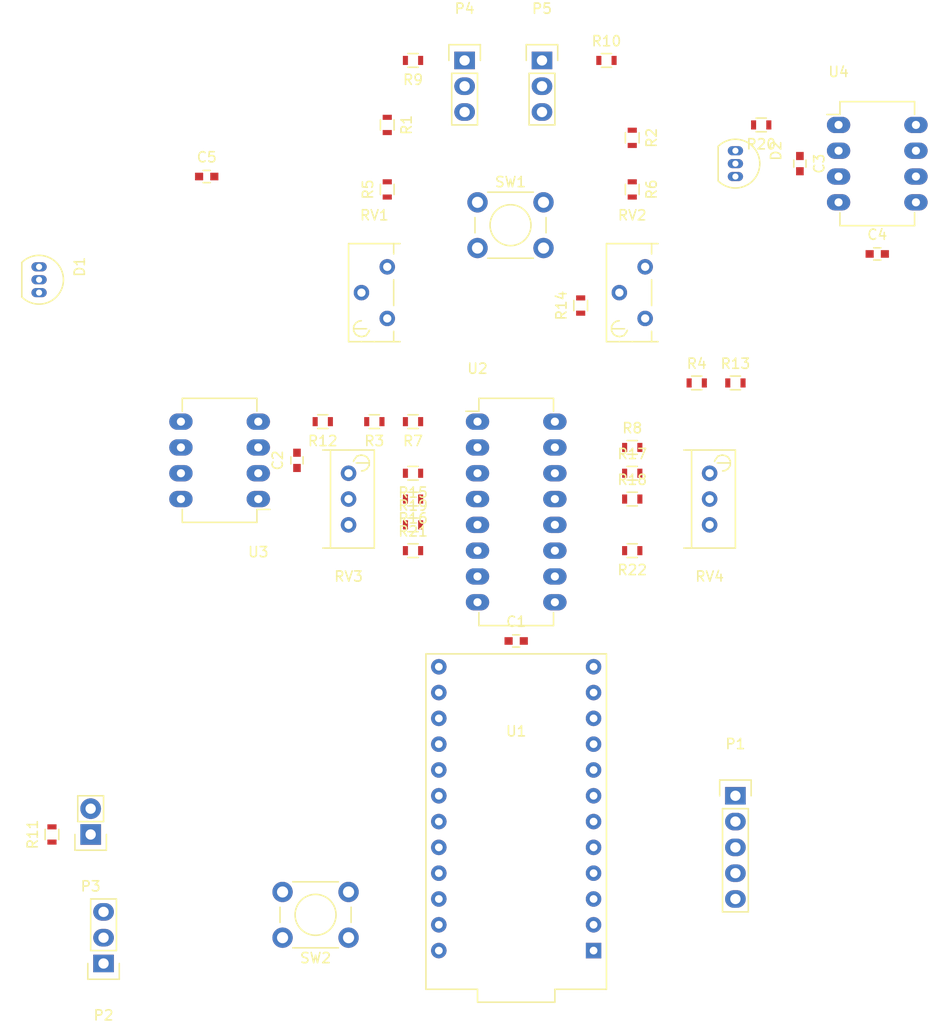
<source format=kicad_pcb>
(kicad_pcb (version 4) (host pcbnew 4.0.2+e4-6225~38~ubuntu15.10.1-stable)

  (general
    (links 90)
    (no_connects 90)
    (area 0 0 0 0)
    (thickness 1.6)
    (drawings 0)
    (tracks 0)
    (zones 0)
    (modules 44)
    (nets 60)
  )

  (page A4)
  (layers
    (0 F.Cu signal)
    (31 B.Cu signal)
    (32 B.Adhes user)
    (33 F.Adhes user)
    (34 B.Paste user)
    (35 F.Paste user)
    (36 B.SilkS user)
    (37 F.SilkS user)
    (38 B.Mask user)
    (39 F.Mask user)
    (40 Dwgs.User user)
    (41 Cmts.User user)
    (42 Eco1.User user)
    (43 Eco2.User user)
    (44 Edge.Cuts user)
    (45 Margin user)
    (46 B.CrtYd user)
    (47 F.CrtYd user)
    (48 B.Fab user)
    (49 F.Fab user)
  )

  (setup
    (last_trace_width 0.25)
    (trace_clearance 0.2)
    (zone_clearance 0.508)
    (zone_45_only no)
    (trace_min 0.2)
    (segment_width 0.2)
    (edge_width 0.15)
    (via_size 0.6)
    (via_drill 0.4)
    (via_min_size 0.4)
    (via_min_drill 0.3)
    (uvia_size 0.3)
    (uvia_drill 0.1)
    (uvias_allowed no)
    (uvia_min_size 0.2)
    (uvia_min_drill 0.1)
    (pcb_text_width 0.3)
    (pcb_text_size 1.5 1.5)
    (mod_edge_width 0.15)
    (mod_text_size 1 1)
    (mod_text_width 0.15)
    (pad_size 1.524 1.524)
    (pad_drill 0.762)
    (pad_to_mask_clearance 0.2)
    (aux_axis_origin 0 0)
    (visible_elements FFFFFF7F)
    (pcbplotparams
      (layerselection 0x00030_80000001)
      (usegerberextensions false)
      (excludeedgelayer true)
      (linewidth 0.100000)
      (plotframeref false)
      (viasonmask false)
      (mode 1)
      (useauxorigin false)
      (hpglpennumber 1)
      (hpglpenspeed 20)
      (hpglpendiameter 15)
      (hpglpenoverlay 2)
      (psnegative false)
      (psa4output false)
      (plotreference true)
      (plotvalue true)
      (plotinvisibletext false)
      (padsonsilk false)
      (subtractmaskfromsilk false)
      (outputformat 1)
      (mirror false)
      (drillshape 1)
      (scaleselection 1)
      (outputdirectory ""))
  )

  (net 0 "")
  (net 1 GND)
  (net 2 +5V)
  (net 3 "Net-(C2-Pad1)")
  (net 4 "Net-(C2-Pad2)")
  (net 5 "Net-(C3-Pad1)")
  (net 6 "Net-(C3-Pad2)")
  (net 7 RefA)
  (net 8 RefB)
  (net 9 DATA_Shift)
  (net 10 CLK_Shift)
  (net 11 LATCH)
  (net 12 Analog_out)
  (net 13 "Net-(P3-Pad1)")
  (net 14 LED)
  (net 15 V-inA)
  (net 16 V-inB)
  (net 17 "Net-(R1-Pad1)")
  (net 18 "Net-(R1-Pad2)")
  (net 19 "Net-(R10-Pad2)")
  (net 20 "Net-(R2-Pad2)")
  (net 21 "Net-(R3-Pad1)")
  (net 22 "Net-(R12-Pad1)")
  (net 23 "Net-(R4-Pad1)")
  (net 24 "Net-(R13-Pad1)")
  (net 25 "Net-(R5-Pad1)")
  (net 26 "Net-(R6-Pad1)")
  (net 27 V+inA)
  (net 28 V+inB)
  (net 29 "Net-(R14-Pad1)")
  (net 30 "Net-(R15-Pad1)")
  (net 31 "Net-(R15-Pad2)")
  (net 32 "Net-(R16-Pad1)")
  (net 33 "Net-(R16-Pad2)")
  (net 34 "Net-(R17-Pad1)")
  (net 35 "Net-(R17-Pad2)")
  (net 36 "Net-(R18-Pad1)")
  (net 37 "Net-(R18-Pad2)")
  (net 38 VoutA)
  (net 39 VoutB)
  (net 40 "Net-(RV1-Pad1)")
  (net 41 "Net-(RV2-Pad1)")
  (net 42 "Net-(RV3-Pad3)")
  (net 43 "Net-(RV4-Pad3)")
  (net 44 "Net-(SW2-Pad2)")
  (net 45 "Net-(SW2-Pad1)")
  (net 46 "Net-(U1-Pad1)")
  (net 47 "Net-(U1-Pad2)")
  (net 48 "Net-(U1-Pad4)")
  (net 49 "Net-(U1-Pad8)")
  (net 50 "Net-(U1-Pad9)")
  (net 51 CS-A)
  (net 52 CS-B)
  (net 53 "Net-(U1-Pad14)")
  (net 54 D_Out)
  (net 55 CLK)
  (net 56 "Net-(U1-Pad18)")
  (net 57 "Net-(U1-Pad19)")
  (net 58 "Net-(U1-Pad20)")
  (net 59 "Net-(U1-Pad24)")

  (net_class Default "This is the default net class."
    (clearance 0.2)
    (trace_width 0.25)
    (via_dia 0.6)
    (via_drill 0.4)
    (uvia_dia 0.3)
    (uvia_drill 0.1)
    (add_net +5V)
    (add_net Analog_out)
    (add_net CLK)
    (add_net CLK_Shift)
    (add_net CS-A)
    (add_net CS-B)
    (add_net DATA_Shift)
    (add_net D_Out)
    (add_net GND)
    (add_net LATCH)
    (add_net LED)
    (add_net "Net-(C2-Pad1)")
    (add_net "Net-(C2-Pad2)")
    (add_net "Net-(C3-Pad1)")
    (add_net "Net-(C3-Pad2)")
    (add_net "Net-(P3-Pad1)")
    (add_net "Net-(R1-Pad1)")
    (add_net "Net-(R1-Pad2)")
    (add_net "Net-(R10-Pad2)")
    (add_net "Net-(R12-Pad1)")
    (add_net "Net-(R13-Pad1)")
    (add_net "Net-(R14-Pad1)")
    (add_net "Net-(R15-Pad1)")
    (add_net "Net-(R15-Pad2)")
    (add_net "Net-(R16-Pad1)")
    (add_net "Net-(R16-Pad2)")
    (add_net "Net-(R17-Pad1)")
    (add_net "Net-(R17-Pad2)")
    (add_net "Net-(R18-Pad1)")
    (add_net "Net-(R18-Pad2)")
    (add_net "Net-(R2-Pad2)")
    (add_net "Net-(R3-Pad1)")
    (add_net "Net-(R4-Pad1)")
    (add_net "Net-(R5-Pad1)")
    (add_net "Net-(R6-Pad1)")
    (add_net "Net-(RV1-Pad1)")
    (add_net "Net-(RV2-Pad1)")
    (add_net "Net-(RV3-Pad3)")
    (add_net "Net-(RV4-Pad3)")
    (add_net "Net-(SW2-Pad1)")
    (add_net "Net-(SW2-Pad2)")
    (add_net "Net-(U1-Pad1)")
    (add_net "Net-(U1-Pad14)")
    (add_net "Net-(U1-Pad18)")
    (add_net "Net-(U1-Pad19)")
    (add_net "Net-(U1-Pad2)")
    (add_net "Net-(U1-Pad20)")
    (add_net "Net-(U1-Pad24)")
    (add_net "Net-(U1-Pad4)")
    (add_net "Net-(U1-Pad8)")
    (add_net "Net-(U1-Pad9)")
    (add_net RefA)
    (add_net RefB)
    (add_net V+inA)
    (add_net V+inB)
    (add_net V-inA)
    (add_net V-inB)
    (add_net VoutA)
    (add_net VoutB)
  )

  (module Capacitors_SMD:C_0603 (layer F.Cu) (tedit 5415D631) (tstamp 5820CF13)
    (at 123.19 113.03)
    (descr "Capacitor SMD 0603, reflow soldering, AVX (see smccp.pdf)")
    (tags "capacitor 0603")
    (path /5816E899)
    (attr smd)
    (fp_text reference C1 (at 0 -1.9) (layer F.SilkS)
      (effects (font (size 1 1) (thickness 0.15)))
    )
    (fp_text value "1 uF" (at 0 1.9) (layer F.Fab)
      (effects (font (size 1 1) (thickness 0.15)))
    )
    (fp_line (start -0.8 0.4) (end -0.8 -0.4) (layer F.Fab) (width 0.15))
    (fp_line (start 0.8 0.4) (end -0.8 0.4) (layer F.Fab) (width 0.15))
    (fp_line (start 0.8 -0.4) (end 0.8 0.4) (layer F.Fab) (width 0.15))
    (fp_line (start -0.8 -0.4) (end 0.8 -0.4) (layer F.Fab) (width 0.15))
    (fp_line (start -1.45 -0.75) (end 1.45 -0.75) (layer F.CrtYd) (width 0.05))
    (fp_line (start -1.45 0.75) (end 1.45 0.75) (layer F.CrtYd) (width 0.05))
    (fp_line (start -1.45 -0.75) (end -1.45 0.75) (layer F.CrtYd) (width 0.05))
    (fp_line (start 1.45 -0.75) (end 1.45 0.75) (layer F.CrtYd) (width 0.05))
    (fp_line (start -0.35 -0.6) (end 0.35 -0.6) (layer F.SilkS) (width 0.15))
    (fp_line (start 0.35 0.6) (end -0.35 0.6) (layer F.SilkS) (width 0.15))
    (pad 1 smd rect (at -0.75 0) (size 0.8 0.75) (layers F.Cu F.Paste F.Mask)
      (net 1 GND))
    (pad 2 smd rect (at 0.75 0) (size 0.8 0.75) (layers F.Cu F.Paste F.Mask)
      (net 2 +5V))
    (model Capacitors_SMD.3dshapes/C_0603.wrl
      (at (xyz 0 0 0))
      (scale (xyz 1 1 1))
      (rotate (xyz 0 0 0))
    )
  )

  (module Capacitors_SMD:C_0603 (layer F.Cu) (tedit 5415D631) (tstamp 5820CF19)
    (at 101.6 95.25 90)
    (descr "Capacitor SMD 0603, reflow soldering, AVX (see smccp.pdf)")
    (tags "capacitor 0603")
    (path /5817BBA9)
    (attr smd)
    (fp_text reference C2 (at 0 -1.9 90) (layer F.SilkS)
      (effects (font (size 1 1) (thickness 0.15)))
    )
    (fp_text value 0.47uF (at 0 1.9 90) (layer F.Fab)
      (effects (font (size 1 1) (thickness 0.15)))
    )
    (fp_line (start -0.8 0.4) (end -0.8 -0.4) (layer F.Fab) (width 0.15))
    (fp_line (start 0.8 0.4) (end -0.8 0.4) (layer F.Fab) (width 0.15))
    (fp_line (start 0.8 -0.4) (end 0.8 0.4) (layer F.Fab) (width 0.15))
    (fp_line (start -0.8 -0.4) (end 0.8 -0.4) (layer F.Fab) (width 0.15))
    (fp_line (start -1.45 -0.75) (end 1.45 -0.75) (layer F.CrtYd) (width 0.05))
    (fp_line (start -1.45 0.75) (end 1.45 0.75) (layer F.CrtYd) (width 0.05))
    (fp_line (start -1.45 -0.75) (end -1.45 0.75) (layer F.CrtYd) (width 0.05))
    (fp_line (start 1.45 -0.75) (end 1.45 0.75) (layer F.CrtYd) (width 0.05))
    (fp_line (start -0.35 -0.6) (end 0.35 -0.6) (layer F.SilkS) (width 0.15))
    (fp_line (start 0.35 0.6) (end -0.35 0.6) (layer F.SilkS) (width 0.15))
    (pad 1 smd rect (at -0.75 0 90) (size 0.8 0.75) (layers F.Cu F.Paste F.Mask)
      (net 3 "Net-(C2-Pad1)"))
    (pad 2 smd rect (at 0.75 0 90) (size 0.8 0.75) (layers F.Cu F.Paste F.Mask)
      (net 4 "Net-(C2-Pad2)"))
    (model Capacitors_SMD.3dshapes/C_0603.wrl
      (at (xyz 0 0 0))
      (scale (xyz 1 1 1))
      (rotate (xyz 0 0 0))
    )
  )

  (module Capacitors_SMD:C_0603 (layer F.Cu) (tedit 5415D631) (tstamp 5820CF1F)
    (at 151.13 66.04 270)
    (descr "Capacitor SMD 0603, reflow soldering, AVX (see smccp.pdf)")
    (tags "capacitor 0603")
    (path /5817FDA7)
    (attr smd)
    (fp_text reference C3 (at 0 -1.9 270) (layer F.SilkS)
      (effects (font (size 1 1) (thickness 0.15)))
    )
    (fp_text value 0.47uF (at 0 1.9 270) (layer F.Fab)
      (effects (font (size 1 1) (thickness 0.15)))
    )
    (fp_line (start -0.8 0.4) (end -0.8 -0.4) (layer F.Fab) (width 0.15))
    (fp_line (start 0.8 0.4) (end -0.8 0.4) (layer F.Fab) (width 0.15))
    (fp_line (start 0.8 -0.4) (end 0.8 0.4) (layer F.Fab) (width 0.15))
    (fp_line (start -0.8 -0.4) (end 0.8 -0.4) (layer F.Fab) (width 0.15))
    (fp_line (start -1.45 -0.75) (end 1.45 -0.75) (layer F.CrtYd) (width 0.05))
    (fp_line (start -1.45 0.75) (end 1.45 0.75) (layer F.CrtYd) (width 0.05))
    (fp_line (start -1.45 -0.75) (end -1.45 0.75) (layer F.CrtYd) (width 0.05))
    (fp_line (start 1.45 -0.75) (end 1.45 0.75) (layer F.CrtYd) (width 0.05))
    (fp_line (start -0.35 -0.6) (end 0.35 -0.6) (layer F.SilkS) (width 0.15))
    (fp_line (start 0.35 0.6) (end -0.35 0.6) (layer F.SilkS) (width 0.15))
    (pad 1 smd rect (at -0.75 0 270) (size 0.8 0.75) (layers F.Cu F.Paste F.Mask)
      (net 5 "Net-(C3-Pad1)"))
    (pad 2 smd rect (at 0.75 0 270) (size 0.8 0.75) (layers F.Cu F.Paste F.Mask)
      (net 6 "Net-(C3-Pad2)"))
    (model Capacitors_SMD.3dshapes/C_0603.wrl
      (at (xyz 0 0 0))
      (scale (xyz 1 1 1))
      (rotate (xyz 0 0 0))
    )
  )

  (module Capacitors_SMD:C_0603 (layer F.Cu) (tedit 5415D631) (tstamp 5820CF25)
    (at 158.75 74.93)
    (descr "Capacitor SMD 0603, reflow soldering, AVX (see smccp.pdf)")
    (tags "capacitor 0603")
    (path /5817880E)
    (attr smd)
    (fp_text reference C4 (at 0 -1.9) (layer F.SilkS)
      (effects (font (size 1 1) (thickness 0.15)))
    )
    (fp_text value "1 uF" (at 0 1.9) (layer F.Fab)
      (effects (font (size 1 1) (thickness 0.15)))
    )
    (fp_line (start -0.8 0.4) (end -0.8 -0.4) (layer F.Fab) (width 0.15))
    (fp_line (start 0.8 0.4) (end -0.8 0.4) (layer F.Fab) (width 0.15))
    (fp_line (start 0.8 -0.4) (end 0.8 0.4) (layer F.Fab) (width 0.15))
    (fp_line (start -0.8 -0.4) (end 0.8 -0.4) (layer F.Fab) (width 0.15))
    (fp_line (start -1.45 -0.75) (end 1.45 -0.75) (layer F.CrtYd) (width 0.05))
    (fp_line (start -1.45 0.75) (end 1.45 0.75) (layer F.CrtYd) (width 0.05))
    (fp_line (start -1.45 -0.75) (end -1.45 0.75) (layer F.CrtYd) (width 0.05))
    (fp_line (start 1.45 -0.75) (end 1.45 0.75) (layer F.CrtYd) (width 0.05))
    (fp_line (start -0.35 -0.6) (end 0.35 -0.6) (layer F.SilkS) (width 0.15))
    (fp_line (start 0.35 0.6) (end -0.35 0.6) (layer F.SilkS) (width 0.15))
    (pad 1 smd rect (at -0.75 0) (size 0.8 0.75) (layers F.Cu F.Paste F.Mask)
      (net 1 GND))
    (pad 2 smd rect (at 0.75 0) (size 0.8 0.75) (layers F.Cu F.Paste F.Mask)
      (net 2 +5V))
    (model Capacitors_SMD.3dshapes/C_0603.wrl
      (at (xyz 0 0 0))
      (scale (xyz 1 1 1))
      (rotate (xyz 0 0 0))
    )
  )

  (module Capacitors_SMD:C_0603 (layer F.Cu) (tedit 5415D631) (tstamp 5820CF2B)
    (at 92.71 67.31)
    (descr "Capacitor SMD 0603, reflow soldering, AVX (see smccp.pdf)")
    (tags "capacitor 0603")
    (path /5817FD94)
    (attr smd)
    (fp_text reference C5 (at 0 -1.9) (layer F.SilkS)
      (effects (font (size 1 1) (thickness 0.15)))
    )
    (fp_text value "1 uF" (at 0 1.9) (layer F.Fab)
      (effects (font (size 1 1) (thickness 0.15)))
    )
    (fp_line (start -0.8 0.4) (end -0.8 -0.4) (layer F.Fab) (width 0.15))
    (fp_line (start 0.8 0.4) (end -0.8 0.4) (layer F.Fab) (width 0.15))
    (fp_line (start 0.8 -0.4) (end 0.8 0.4) (layer F.Fab) (width 0.15))
    (fp_line (start -0.8 -0.4) (end 0.8 -0.4) (layer F.Fab) (width 0.15))
    (fp_line (start -1.45 -0.75) (end 1.45 -0.75) (layer F.CrtYd) (width 0.05))
    (fp_line (start -1.45 0.75) (end 1.45 0.75) (layer F.CrtYd) (width 0.05))
    (fp_line (start -1.45 -0.75) (end -1.45 0.75) (layer F.CrtYd) (width 0.05))
    (fp_line (start 1.45 -0.75) (end 1.45 0.75) (layer F.CrtYd) (width 0.05))
    (fp_line (start -0.35 -0.6) (end 0.35 -0.6) (layer F.SilkS) (width 0.15))
    (fp_line (start 0.35 0.6) (end -0.35 0.6) (layer F.SilkS) (width 0.15))
    (pad 1 smd rect (at -0.75 0) (size 0.8 0.75) (layers F.Cu F.Paste F.Mask)
      (net 1 GND))
    (pad 2 smd rect (at 0.75 0) (size 0.8 0.75) (layers F.Cu F.Paste F.Mask)
      (net 2 +5V))
    (model Capacitors_SMD.3dshapes/C_0603.wrl
      (at (xyz 0 0 0))
      (scale (xyz 1 1 1))
      (rotate (xyz 0 0 0))
    )
  )

  (module TO_SOT_Packages_THT:TO-92_Inline_Narrow_Oval (layer F.Cu) (tedit 54F24281) (tstamp 5820CF32)
    (at 76.2 76.2 270)
    (descr "TO-92 leads in-line, narrow, oval pads, drill 0.6mm (see NXP sot054_po.pdf)")
    (tags "to-92 sc-43 sc-43a sot54 PA33 transistor")
    (path /5817AB1C)
    (fp_text reference D1 (at 0 -4 270) (layer F.SilkS)
      (effects (font (size 1 1) (thickness 0.15)))
    )
    (fp_text value LM385LP‑1‑2 (at 0 3 270) (layer F.Fab)
      (effects (font (size 1 1) (thickness 0.15)))
    )
    (fp_line (start -1.4 1.95) (end -1.4 -2.65) (layer F.CrtYd) (width 0.05))
    (fp_line (start -1.4 1.95) (end 3.95 1.95) (layer F.CrtYd) (width 0.05))
    (fp_line (start -0.43 1.7) (end 2.97 1.7) (layer F.SilkS) (width 0.15))
    (fp_arc (start 1.27 0) (end 1.27 -2.4) (angle -135) (layer F.SilkS) (width 0.15))
    (fp_arc (start 1.27 0) (end 1.27 -2.4) (angle 135) (layer F.SilkS) (width 0.15))
    (fp_line (start -1.4 -2.65) (end 3.95 -2.65) (layer F.CrtYd) (width 0.05))
    (fp_line (start 3.95 1.95) (end 3.95 -2.65) (layer F.CrtYd) (width 0.05))
    (pad 2 thru_hole oval (at 1.27 0 90) (size 0.89916 1.50114) (drill 0.6) (layers *.Cu *.Mask)
      (net 1 GND))
    (pad 3 thru_hole oval (at 2.54 0 90) (size 0.89916 1.50114) (drill 0.6) (layers *.Cu *.Mask))
    (pad 1 thru_hole oval (at 0 0 90) (size 0.89916 1.50114) (drill 0.6) (layers *.Cu *.Mask)
      (net 7 RefA))
    (model TO_SOT_Packages_THT.3dshapes/TO-92_Inline_Narrow_Oval.wrl
      (at (xyz 0.05 0 0))
      (scale (xyz 1 1 1))
      (rotate (xyz 0 0 -90))
    )
  )

  (module TO_SOT_Packages_THT:TO-92_Inline_Narrow_Oval (layer F.Cu) (tedit 54F24281) (tstamp 5820CF39)
    (at 144.78 64.77 270)
    (descr "TO-92 leads in-line, narrow, oval pads, drill 0.6mm (see NXP sot054_po.pdf)")
    (tags "to-92 sc-43 sc-43a sot54 PA33 transistor")
    (path /5817FD9A)
    (fp_text reference D2 (at 0 -4 270) (layer F.SilkS)
      (effects (font (size 1 1) (thickness 0.15)))
    )
    (fp_text value LM385LP‑1‑2 (at 0 3 270) (layer F.Fab)
      (effects (font (size 1 1) (thickness 0.15)))
    )
    (fp_line (start -1.4 1.95) (end -1.4 -2.65) (layer F.CrtYd) (width 0.05))
    (fp_line (start -1.4 1.95) (end 3.95 1.95) (layer F.CrtYd) (width 0.05))
    (fp_line (start -0.43 1.7) (end 2.97 1.7) (layer F.SilkS) (width 0.15))
    (fp_arc (start 1.27 0) (end 1.27 -2.4) (angle -135) (layer F.SilkS) (width 0.15))
    (fp_arc (start 1.27 0) (end 1.27 -2.4) (angle 135) (layer F.SilkS) (width 0.15))
    (fp_line (start -1.4 -2.65) (end 3.95 -2.65) (layer F.CrtYd) (width 0.05))
    (fp_line (start 3.95 1.95) (end 3.95 -2.65) (layer F.CrtYd) (width 0.05))
    (pad 2 thru_hole oval (at 1.27 0 90) (size 0.89916 1.50114) (drill 0.6) (layers *.Cu *.Mask)
      (net 1 GND))
    (pad 3 thru_hole oval (at 2.54 0 90) (size 0.89916 1.50114) (drill 0.6) (layers *.Cu *.Mask))
    (pad 1 thru_hole oval (at 0 0 90) (size 0.89916 1.50114) (drill 0.6) (layers *.Cu *.Mask)
      (net 8 RefB))
    (model TO_SOT_Packages_THT.3dshapes/TO-92_Inline_Narrow_Oval.wrl
      (at (xyz 0.05 0 0))
      (scale (xyz 1 1 1))
      (rotate (xyz 0 0 -90))
    )
  )

  (module Pin_Headers:Pin_Header_Straight_1x05 (layer F.Cu) (tedit 54EA0684) (tstamp 5820CF42)
    (at 144.78 128.27)
    (descr "Through hole pin header")
    (tags "pin header")
    (path /5818FD9D)
    (fp_text reference P1 (at 0 -5.1) (layer F.SilkS)
      (effects (font (size 1 1) (thickness 0.15)))
    )
    (fp_text value CONN_01X05 (at 0 -3.1) (layer F.Fab)
      (effects (font (size 1 1) (thickness 0.15)))
    )
    (fp_line (start -1.55 0) (end -1.55 -1.55) (layer F.SilkS) (width 0.15))
    (fp_line (start -1.55 -1.55) (end 1.55 -1.55) (layer F.SilkS) (width 0.15))
    (fp_line (start 1.55 -1.55) (end 1.55 0) (layer F.SilkS) (width 0.15))
    (fp_line (start -1.75 -1.75) (end -1.75 11.95) (layer F.CrtYd) (width 0.05))
    (fp_line (start 1.75 -1.75) (end 1.75 11.95) (layer F.CrtYd) (width 0.05))
    (fp_line (start -1.75 -1.75) (end 1.75 -1.75) (layer F.CrtYd) (width 0.05))
    (fp_line (start -1.75 11.95) (end 1.75 11.95) (layer F.CrtYd) (width 0.05))
    (fp_line (start 1.27 1.27) (end 1.27 11.43) (layer F.SilkS) (width 0.15))
    (fp_line (start 1.27 11.43) (end -1.27 11.43) (layer F.SilkS) (width 0.15))
    (fp_line (start -1.27 11.43) (end -1.27 1.27) (layer F.SilkS) (width 0.15))
    (fp_line (start 1.27 1.27) (end -1.27 1.27) (layer F.SilkS) (width 0.15))
    (pad 1 thru_hole rect (at 0 0) (size 2.032 1.7272) (drill 1.016) (layers *.Cu *.Mask)
      (net 9 DATA_Shift))
    (pad 2 thru_hole oval (at 0 2.54) (size 2.032 1.7272) (drill 1.016) (layers *.Cu *.Mask)
      (net 10 CLK_Shift))
    (pad 3 thru_hole oval (at 0 5.08) (size 2.032 1.7272) (drill 1.016) (layers *.Cu *.Mask)
      (net 11 LATCH))
    (pad 4 thru_hole oval (at 0 7.62) (size 2.032 1.7272) (drill 1.016) (layers *.Cu *.Mask)
      (net 1 GND))
    (pad 5 thru_hole oval (at 0 10.16) (size 2.032 1.7272) (drill 1.016) (layers *.Cu *.Mask)
      (net 2 +5V))
    (model Pin_Headers.3dshapes/Pin_Header_Straight_1x05.wrl
      (at (xyz 0 -0.2 0))
      (scale (xyz 1 1 1))
      (rotate (xyz 0 0 90))
    )
  )

  (module Pin_Headers:Pin_Header_Straight_1x03 (layer F.Cu) (tedit 0) (tstamp 5820CF49)
    (at 82.55 144.78 180)
    (descr "Through hole pin header")
    (tags "pin header")
    (path /581D990B)
    (fp_text reference P2 (at 0 -5.1 180) (layer F.SilkS)
      (effects (font (size 1 1) (thickness 0.15)))
    )
    (fp_text value CONN_01X03 (at 0 -3.1 180) (layer F.Fab)
      (effects (font (size 1 1) (thickness 0.15)))
    )
    (fp_line (start -1.75 -1.75) (end -1.75 6.85) (layer F.CrtYd) (width 0.05))
    (fp_line (start 1.75 -1.75) (end 1.75 6.85) (layer F.CrtYd) (width 0.05))
    (fp_line (start -1.75 -1.75) (end 1.75 -1.75) (layer F.CrtYd) (width 0.05))
    (fp_line (start -1.75 6.85) (end 1.75 6.85) (layer F.CrtYd) (width 0.05))
    (fp_line (start -1.27 1.27) (end -1.27 6.35) (layer F.SilkS) (width 0.15))
    (fp_line (start -1.27 6.35) (end 1.27 6.35) (layer F.SilkS) (width 0.15))
    (fp_line (start 1.27 6.35) (end 1.27 1.27) (layer F.SilkS) (width 0.15))
    (fp_line (start 1.55 -1.55) (end 1.55 0) (layer F.SilkS) (width 0.15))
    (fp_line (start 1.27 1.27) (end -1.27 1.27) (layer F.SilkS) (width 0.15))
    (fp_line (start -1.55 0) (end -1.55 -1.55) (layer F.SilkS) (width 0.15))
    (fp_line (start -1.55 -1.55) (end 1.55 -1.55) (layer F.SilkS) (width 0.15))
    (pad 1 thru_hole rect (at 0 0 180) (size 2.032 1.7272) (drill 1.016) (layers *.Cu *.Mask)
      (net 12 Analog_out))
    (pad 2 thru_hole oval (at 0 2.54 180) (size 2.032 1.7272) (drill 1.016) (layers *.Cu *.Mask)
      (net 1 GND))
    (pad 3 thru_hole oval (at 0 5.08 180) (size 2.032 1.7272) (drill 1.016) (layers *.Cu *.Mask)
      (net 2 +5V))
    (model Pin_Headers.3dshapes/Pin_Header_Straight_1x03.wrl
      (at (xyz 0 -0.1 0))
      (scale (xyz 1 1 1))
      (rotate (xyz 0 0 90))
    )
  )

  (module Pin_Headers:Pin_Header_Straight_1x02 (layer F.Cu) (tedit 54EA090C) (tstamp 5820CF4F)
    (at 81.28 132.08 180)
    (descr "Through hole pin header")
    (tags "pin header")
    (path /581E06F5)
    (fp_text reference P3 (at 0 -5.1 180) (layer F.SilkS)
      (effects (font (size 1 1) (thickness 0.15)))
    )
    (fp_text value CONN_01X02 (at 0 -3.1 180) (layer F.Fab)
      (effects (font (size 1 1) (thickness 0.15)))
    )
    (fp_line (start 1.27 1.27) (end 1.27 3.81) (layer F.SilkS) (width 0.15))
    (fp_line (start 1.55 -1.55) (end 1.55 0) (layer F.SilkS) (width 0.15))
    (fp_line (start -1.75 -1.75) (end -1.75 4.3) (layer F.CrtYd) (width 0.05))
    (fp_line (start 1.75 -1.75) (end 1.75 4.3) (layer F.CrtYd) (width 0.05))
    (fp_line (start -1.75 -1.75) (end 1.75 -1.75) (layer F.CrtYd) (width 0.05))
    (fp_line (start -1.75 4.3) (end 1.75 4.3) (layer F.CrtYd) (width 0.05))
    (fp_line (start 1.27 1.27) (end -1.27 1.27) (layer F.SilkS) (width 0.15))
    (fp_line (start -1.55 0) (end -1.55 -1.55) (layer F.SilkS) (width 0.15))
    (fp_line (start -1.55 -1.55) (end 1.55 -1.55) (layer F.SilkS) (width 0.15))
    (fp_line (start -1.27 1.27) (end -1.27 3.81) (layer F.SilkS) (width 0.15))
    (fp_line (start -1.27 3.81) (end 1.27 3.81) (layer F.SilkS) (width 0.15))
    (pad 1 thru_hole rect (at 0 0 180) (size 2.032 2.032) (drill 1.016) (layers *.Cu *.Mask)
      (net 13 "Net-(P3-Pad1)"))
    (pad 2 thru_hole oval (at 0 2.54 180) (size 2.032 2.032) (drill 1.016) (layers *.Cu *.Mask)
      (net 14 LED))
    (model Pin_Headers.3dshapes/Pin_Header_Straight_1x02.wrl
      (at (xyz 0 -0.05 0))
      (scale (xyz 1 1 1))
      (rotate (xyz 0 0 90))
    )
  )

  (module Pin_Headers:Pin_Header_Straight_1x03 (layer F.Cu) (tedit 0) (tstamp 5820CF56)
    (at 118.11 55.88)
    (descr "Through hole pin header")
    (tags "pin header")
    (path /581DCFA6)
    (fp_text reference P4 (at 0 -5.1) (layer F.SilkS)
      (effects (font (size 1 1) (thickness 0.15)))
    )
    (fp_text value CONN_01X03 (at 0 -3.1) (layer F.Fab)
      (effects (font (size 1 1) (thickness 0.15)))
    )
    (fp_line (start -1.75 -1.75) (end -1.75 6.85) (layer F.CrtYd) (width 0.05))
    (fp_line (start 1.75 -1.75) (end 1.75 6.85) (layer F.CrtYd) (width 0.05))
    (fp_line (start -1.75 -1.75) (end 1.75 -1.75) (layer F.CrtYd) (width 0.05))
    (fp_line (start -1.75 6.85) (end 1.75 6.85) (layer F.CrtYd) (width 0.05))
    (fp_line (start -1.27 1.27) (end -1.27 6.35) (layer F.SilkS) (width 0.15))
    (fp_line (start -1.27 6.35) (end 1.27 6.35) (layer F.SilkS) (width 0.15))
    (fp_line (start 1.27 6.35) (end 1.27 1.27) (layer F.SilkS) (width 0.15))
    (fp_line (start 1.55 -1.55) (end 1.55 0) (layer F.SilkS) (width 0.15))
    (fp_line (start 1.27 1.27) (end -1.27 1.27) (layer F.SilkS) (width 0.15))
    (fp_line (start -1.55 0) (end -1.55 -1.55) (layer F.SilkS) (width 0.15))
    (fp_line (start -1.55 -1.55) (end 1.55 -1.55) (layer F.SilkS) (width 0.15))
    (pad 1 thru_hole rect (at 0 0) (size 2.032 1.7272) (drill 1.016) (layers *.Cu *.Mask)
      (net 2 +5V))
    (pad 2 thru_hole oval (at 0 2.54) (size 2.032 1.7272) (drill 1.016) (layers *.Cu *.Mask)
      (net 15 V-inA))
    (pad 3 thru_hole oval (at 0 5.08) (size 2.032 1.7272) (drill 1.016) (layers *.Cu *.Mask)
      (net 1 GND))
    (model Pin_Headers.3dshapes/Pin_Header_Straight_1x03.wrl
      (at (xyz 0 -0.1 0))
      (scale (xyz 1 1 1))
      (rotate (xyz 0 0 90))
    )
  )

  (module Pin_Headers:Pin_Header_Straight_1x03 (layer F.Cu) (tedit 0) (tstamp 5820CF5D)
    (at 125.73 55.88)
    (descr "Through hole pin header")
    (tags "pin header")
    (path /581DE3D7)
    (fp_text reference P5 (at 0 -5.1) (layer F.SilkS)
      (effects (font (size 1 1) (thickness 0.15)))
    )
    (fp_text value CONN_01X03 (at 0 -3.1) (layer F.Fab)
      (effects (font (size 1 1) (thickness 0.15)))
    )
    (fp_line (start -1.75 -1.75) (end -1.75 6.85) (layer F.CrtYd) (width 0.05))
    (fp_line (start 1.75 -1.75) (end 1.75 6.85) (layer F.CrtYd) (width 0.05))
    (fp_line (start -1.75 -1.75) (end 1.75 -1.75) (layer F.CrtYd) (width 0.05))
    (fp_line (start -1.75 6.85) (end 1.75 6.85) (layer F.CrtYd) (width 0.05))
    (fp_line (start -1.27 1.27) (end -1.27 6.35) (layer F.SilkS) (width 0.15))
    (fp_line (start -1.27 6.35) (end 1.27 6.35) (layer F.SilkS) (width 0.15))
    (fp_line (start 1.27 6.35) (end 1.27 1.27) (layer F.SilkS) (width 0.15))
    (fp_line (start 1.55 -1.55) (end 1.55 0) (layer F.SilkS) (width 0.15))
    (fp_line (start 1.27 1.27) (end -1.27 1.27) (layer F.SilkS) (width 0.15))
    (fp_line (start -1.55 0) (end -1.55 -1.55) (layer F.SilkS) (width 0.15))
    (fp_line (start -1.55 -1.55) (end 1.55 -1.55) (layer F.SilkS) (width 0.15))
    (pad 1 thru_hole rect (at 0 0) (size 2.032 1.7272) (drill 1.016) (layers *.Cu *.Mask)
      (net 2 +5V))
    (pad 2 thru_hole oval (at 0 2.54) (size 2.032 1.7272) (drill 1.016) (layers *.Cu *.Mask)
      (net 16 V-inB))
    (pad 3 thru_hole oval (at 0 5.08) (size 2.032 1.7272) (drill 1.016) (layers *.Cu *.Mask)
      (net 1 GND))
    (model Pin_Headers.3dshapes/Pin_Header_Straight_1x03.wrl
      (at (xyz 0 -0.1 0))
      (scale (xyz 1 1 1))
      (rotate (xyz 0 0 90))
    )
  )

  (module Resistors_SMD:R_0603 (layer F.Cu) (tedit 5415CC62) (tstamp 5820CF63)
    (at 110.49 62.23 270)
    (descr "Resistor SMD 0603, reflow soldering, Vishay (see dcrcw.pdf)")
    (tags "resistor 0603")
    (path /581DD4D9)
    (attr smd)
    (fp_text reference R1 (at 0 -1.9 270) (layer F.SilkS)
      (effects (font (size 1 1) (thickness 0.15)))
    )
    (fp_text value 0 (at 0 1.9 270) (layer F.Fab)
      (effects (font (size 1 1) (thickness 0.15)))
    )
    (fp_line (start -1.3 -0.8) (end 1.3 -0.8) (layer F.CrtYd) (width 0.05))
    (fp_line (start -1.3 0.8) (end 1.3 0.8) (layer F.CrtYd) (width 0.05))
    (fp_line (start -1.3 -0.8) (end -1.3 0.8) (layer F.CrtYd) (width 0.05))
    (fp_line (start 1.3 -0.8) (end 1.3 0.8) (layer F.CrtYd) (width 0.05))
    (fp_line (start 0.5 0.675) (end -0.5 0.675) (layer F.SilkS) (width 0.15))
    (fp_line (start -0.5 -0.675) (end 0.5 -0.675) (layer F.SilkS) (width 0.15))
    (pad 1 smd rect (at -0.75 0 270) (size 0.5 0.9) (layers F.Cu F.Paste F.Mask)
      (net 17 "Net-(R1-Pad1)"))
    (pad 2 smd rect (at 0.75 0 270) (size 0.5 0.9) (layers F.Cu F.Paste F.Mask)
      (net 18 "Net-(R1-Pad2)"))
    (model Resistors_SMD.3dshapes/R_0603.wrl
      (at (xyz 0 0 0))
      (scale (xyz 1 1 1))
      (rotate (xyz 0 0 0))
    )
  )

  (module Resistors_SMD:R_0603 (layer F.Cu) (tedit 5415CC62) (tstamp 5820CF69)
    (at 134.62 63.5 270)
    (descr "Resistor SMD 0603, reflow soldering, Vishay (see dcrcw.pdf)")
    (tags "resistor 0603")
    (path /581DE3E6)
    (attr smd)
    (fp_text reference R2 (at 0 -1.9 270) (layer F.SilkS)
      (effects (font (size 1 1) (thickness 0.15)))
    )
    (fp_text value 0 (at 0 1.9 270) (layer F.Fab)
      (effects (font (size 1 1) (thickness 0.15)))
    )
    (fp_line (start -1.3 -0.8) (end 1.3 -0.8) (layer F.CrtYd) (width 0.05))
    (fp_line (start -1.3 0.8) (end 1.3 0.8) (layer F.CrtYd) (width 0.05))
    (fp_line (start -1.3 -0.8) (end -1.3 0.8) (layer F.CrtYd) (width 0.05))
    (fp_line (start 1.3 -0.8) (end 1.3 0.8) (layer F.CrtYd) (width 0.05))
    (fp_line (start 0.5 0.675) (end -0.5 0.675) (layer F.SilkS) (width 0.15))
    (fp_line (start -0.5 -0.675) (end 0.5 -0.675) (layer F.SilkS) (width 0.15))
    (pad 1 smd rect (at -0.75 0 270) (size 0.5 0.9) (layers F.Cu F.Paste F.Mask)
      (net 19 "Net-(R10-Pad2)"))
    (pad 2 smd rect (at 0.75 0 270) (size 0.5 0.9) (layers F.Cu F.Paste F.Mask)
      (net 20 "Net-(R2-Pad2)"))
    (model Resistors_SMD.3dshapes/R_0603.wrl
      (at (xyz 0 0 0))
      (scale (xyz 1 1 1))
      (rotate (xyz 0 0 0))
    )
  )

  (module Resistors_SMD:R_0603 (layer F.Cu) (tedit 5415CC62) (tstamp 5820CF6F)
    (at 109.22 91.44 180)
    (descr "Resistor SMD 0603, reflow soldering, Vishay (see dcrcw.pdf)")
    (tags "resistor 0603")
    (path /581DDA1A)
    (attr smd)
    (fp_text reference R3 (at 0 -1.9 180) (layer F.SilkS)
      (effects (font (size 1 1) (thickness 0.15)))
    )
    (fp_text value 0 (at 0 1.9 180) (layer F.Fab)
      (effects (font (size 1 1) (thickness 0.15)))
    )
    (fp_line (start -1.3 -0.8) (end 1.3 -0.8) (layer F.CrtYd) (width 0.05))
    (fp_line (start -1.3 0.8) (end 1.3 0.8) (layer F.CrtYd) (width 0.05))
    (fp_line (start -1.3 -0.8) (end -1.3 0.8) (layer F.CrtYd) (width 0.05))
    (fp_line (start 1.3 -0.8) (end 1.3 0.8) (layer F.CrtYd) (width 0.05))
    (fp_line (start 0.5 0.675) (end -0.5 0.675) (layer F.SilkS) (width 0.15))
    (fp_line (start -0.5 -0.675) (end 0.5 -0.675) (layer F.SilkS) (width 0.15))
    (pad 1 smd rect (at -0.75 0 180) (size 0.5 0.9) (layers F.Cu F.Paste F.Mask)
      (net 21 "Net-(R3-Pad1)"))
    (pad 2 smd rect (at 0.75 0 180) (size 0.5 0.9) (layers F.Cu F.Paste F.Mask)
      (net 22 "Net-(R12-Pad1)"))
    (model Resistors_SMD.3dshapes/R_0603.wrl
      (at (xyz 0 0 0))
      (scale (xyz 1 1 1))
      (rotate (xyz 0 0 0))
    )
  )

  (module Resistors_SMD:R_0603 (layer F.Cu) (tedit 5415CC62) (tstamp 5820CF75)
    (at 140.97 87.63)
    (descr "Resistor SMD 0603, reflow soldering, Vishay (see dcrcw.pdf)")
    (tags "resistor 0603")
    (path /581DE3F0)
    (attr smd)
    (fp_text reference R4 (at 0 -1.9) (layer F.SilkS)
      (effects (font (size 1 1) (thickness 0.15)))
    )
    (fp_text value 0 (at 0 1.9) (layer F.Fab)
      (effects (font (size 1 1) (thickness 0.15)))
    )
    (fp_line (start -1.3 -0.8) (end 1.3 -0.8) (layer F.CrtYd) (width 0.05))
    (fp_line (start -1.3 0.8) (end 1.3 0.8) (layer F.CrtYd) (width 0.05))
    (fp_line (start -1.3 -0.8) (end -1.3 0.8) (layer F.CrtYd) (width 0.05))
    (fp_line (start 1.3 -0.8) (end 1.3 0.8) (layer F.CrtYd) (width 0.05))
    (fp_line (start 0.5 0.675) (end -0.5 0.675) (layer F.SilkS) (width 0.15))
    (fp_line (start -0.5 -0.675) (end 0.5 -0.675) (layer F.SilkS) (width 0.15))
    (pad 1 smd rect (at -0.75 0) (size 0.5 0.9) (layers F.Cu F.Paste F.Mask)
      (net 23 "Net-(R4-Pad1)"))
    (pad 2 smd rect (at 0.75 0) (size 0.5 0.9) (layers F.Cu F.Paste F.Mask)
      (net 24 "Net-(R13-Pad1)"))
    (model Resistors_SMD.3dshapes/R_0603.wrl
      (at (xyz 0 0 0))
      (scale (xyz 1 1 1))
      (rotate (xyz 0 0 0))
    )
  )

  (module Resistors_SMD:R_0603 (layer F.Cu) (tedit 5415CC62) (tstamp 5820CF7B)
    (at 110.49 68.58 90)
    (descr "Resistor SMD 0603, reflow soldering, Vishay (see dcrcw.pdf)")
    (tags "resistor 0603")
    (path /581DD452)
    (attr smd)
    (fp_text reference R5 (at 0 -1.9 90) (layer F.SilkS)
      (effects (font (size 1 1) (thickness 0.15)))
    )
    (fp_text value 0 (at 0 1.9 90) (layer F.Fab)
      (effects (font (size 1 1) (thickness 0.15)))
    )
    (fp_line (start -1.3 -0.8) (end 1.3 -0.8) (layer F.CrtYd) (width 0.05))
    (fp_line (start -1.3 0.8) (end 1.3 0.8) (layer F.CrtYd) (width 0.05))
    (fp_line (start -1.3 -0.8) (end -1.3 0.8) (layer F.CrtYd) (width 0.05))
    (fp_line (start 1.3 -0.8) (end 1.3 0.8) (layer F.CrtYd) (width 0.05))
    (fp_line (start 0.5 0.675) (end -0.5 0.675) (layer F.SilkS) (width 0.15))
    (fp_line (start -0.5 -0.675) (end 0.5 -0.675) (layer F.SilkS) (width 0.15))
    (pad 1 smd rect (at -0.75 0 90) (size 0.5 0.9) (layers F.Cu F.Paste F.Mask)
      (net 25 "Net-(R5-Pad1)"))
    (pad 2 smd rect (at 0.75 0 90) (size 0.5 0.9) (layers F.Cu F.Paste F.Mask)
      (net 18 "Net-(R1-Pad2)"))
    (model Resistors_SMD.3dshapes/R_0603.wrl
      (at (xyz 0 0 0))
      (scale (xyz 1 1 1))
      (rotate (xyz 0 0 0))
    )
  )

  (module Resistors_SMD:R_0603 (layer F.Cu) (tedit 5415CC62) (tstamp 5820CF81)
    (at 134.62 68.58 270)
    (descr "Resistor SMD 0603, reflow soldering, Vishay (see dcrcw.pdf)")
    (tags "resistor 0603")
    (path /581DE3E0)
    (attr smd)
    (fp_text reference R6 (at 0 -1.9 270) (layer F.SilkS)
      (effects (font (size 1 1) (thickness 0.15)))
    )
    (fp_text value 0 (at 0 1.9 270) (layer F.Fab)
      (effects (font (size 1 1) (thickness 0.15)))
    )
    (fp_line (start -1.3 -0.8) (end 1.3 -0.8) (layer F.CrtYd) (width 0.05))
    (fp_line (start -1.3 0.8) (end 1.3 0.8) (layer F.CrtYd) (width 0.05))
    (fp_line (start -1.3 -0.8) (end -1.3 0.8) (layer F.CrtYd) (width 0.05))
    (fp_line (start 1.3 -0.8) (end 1.3 0.8) (layer F.CrtYd) (width 0.05))
    (fp_line (start 0.5 0.675) (end -0.5 0.675) (layer F.SilkS) (width 0.15))
    (fp_line (start -0.5 -0.675) (end 0.5 -0.675) (layer F.SilkS) (width 0.15))
    (pad 1 smd rect (at -0.75 0 270) (size 0.5 0.9) (layers F.Cu F.Paste F.Mask)
      (net 26 "Net-(R6-Pad1)"))
    (pad 2 smd rect (at 0.75 0 270) (size 0.5 0.9) (layers F.Cu F.Paste F.Mask)
      (net 20 "Net-(R2-Pad2)"))
    (model Resistors_SMD.3dshapes/R_0603.wrl
      (at (xyz 0 0 0))
      (scale (xyz 1 1 1))
      (rotate (xyz 0 0 0))
    )
  )

  (module Resistors_SMD:R_0603 (layer F.Cu) (tedit 5415CC62) (tstamp 5820CF87)
    (at 113.03 91.44 180)
    (descr "Resistor SMD 0603, reflow soldering, Vishay (see dcrcw.pdf)")
    (tags "resistor 0603")
    (path /581DDA81)
    (attr smd)
    (fp_text reference R7 (at 0 -1.9 180) (layer F.SilkS)
      (effects (font (size 1 1) (thickness 0.15)))
    )
    (fp_text value 0 (at 0 1.9 180) (layer F.Fab)
      (effects (font (size 1 1) (thickness 0.15)))
    )
    (fp_line (start -1.3 -0.8) (end 1.3 -0.8) (layer F.CrtYd) (width 0.05))
    (fp_line (start -1.3 0.8) (end 1.3 0.8) (layer F.CrtYd) (width 0.05))
    (fp_line (start -1.3 -0.8) (end -1.3 0.8) (layer F.CrtYd) (width 0.05))
    (fp_line (start 1.3 -0.8) (end 1.3 0.8) (layer F.CrtYd) (width 0.05))
    (fp_line (start 0.5 0.675) (end -0.5 0.675) (layer F.SilkS) (width 0.15))
    (fp_line (start -0.5 -0.675) (end 0.5 -0.675) (layer F.SilkS) (width 0.15))
    (pad 1 smd rect (at -0.75 0 180) (size 0.5 0.9) (layers F.Cu F.Paste F.Mask)
      (net 27 V+inA))
    (pad 2 smd rect (at 0.75 0 180) (size 0.5 0.9) (layers F.Cu F.Paste F.Mask)
      (net 21 "Net-(R3-Pad1)"))
    (model Resistors_SMD.3dshapes/R_0603.wrl
      (at (xyz 0 0 0))
      (scale (xyz 1 1 1))
      (rotate (xyz 0 0 0))
    )
  )

  (module Resistors_SMD:R_0603 (layer F.Cu) (tedit 5415CC62) (tstamp 5820CF8D)
    (at 134.62 93.98)
    (descr "Resistor SMD 0603, reflow soldering, Vishay (see dcrcw.pdf)")
    (tags "resistor 0603")
    (path /581DE3F6)
    (attr smd)
    (fp_text reference R8 (at 0 -1.9) (layer F.SilkS)
      (effects (font (size 1 1) (thickness 0.15)))
    )
    (fp_text value 0 (at 0 1.9) (layer F.Fab)
      (effects (font (size 1 1) (thickness 0.15)))
    )
    (fp_line (start -1.3 -0.8) (end 1.3 -0.8) (layer F.CrtYd) (width 0.05))
    (fp_line (start -1.3 0.8) (end 1.3 0.8) (layer F.CrtYd) (width 0.05))
    (fp_line (start -1.3 -0.8) (end -1.3 0.8) (layer F.CrtYd) (width 0.05))
    (fp_line (start 1.3 -0.8) (end 1.3 0.8) (layer F.CrtYd) (width 0.05))
    (fp_line (start 0.5 0.675) (end -0.5 0.675) (layer F.SilkS) (width 0.15))
    (fp_line (start -0.5 -0.675) (end 0.5 -0.675) (layer F.SilkS) (width 0.15))
    (pad 1 smd rect (at -0.75 0) (size 0.5 0.9) (layers F.Cu F.Paste F.Mask)
      (net 28 V+inB))
    (pad 2 smd rect (at 0.75 0) (size 0.5 0.9) (layers F.Cu F.Paste F.Mask)
      (net 23 "Net-(R4-Pad1)"))
    (model Resistors_SMD.3dshapes/R_0603.wrl
      (at (xyz 0 0 0))
      (scale (xyz 1 1 1))
      (rotate (xyz 0 0 0))
    )
  )

  (module Resistors_SMD:R_0603 (layer F.Cu) (tedit 5415CC62) (tstamp 5820CF93)
    (at 113.03 55.88 180)
    (descr "Resistor SMD 0603, reflow soldering, Vishay (see dcrcw.pdf)")
    (tags "resistor 0603")
    (path /57630847)
    (attr smd)
    (fp_text reference R9 (at 0 -1.9 180) (layer F.SilkS)
      (effects (font (size 1 1) (thickness 0.15)))
    )
    (fp_text value 345 (at 0 1.9 180) (layer F.Fab)
      (effects (font (size 1 1) (thickness 0.15)))
    )
    (fp_line (start -1.3 -0.8) (end 1.3 -0.8) (layer F.CrtYd) (width 0.05))
    (fp_line (start -1.3 0.8) (end 1.3 0.8) (layer F.CrtYd) (width 0.05))
    (fp_line (start -1.3 -0.8) (end -1.3 0.8) (layer F.CrtYd) (width 0.05))
    (fp_line (start 1.3 -0.8) (end 1.3 0.8) (layer F.CrtYd) (width 0.05))
    (fp_line (start 0.5 0.675) (end -0.5 0.675) (layer F.SilkS) (width 0.15))
    (fp_line (start -0.5 -0.675) (end 0.5 -0.675) (layer F.SilkS) (width 0.15))
    (pad 1 smd rect (at -0.75 0 180) (size 0.5 0.9) (layers F.Cu F.Paste F.Mask)
      (net 2 +5V))
    (pad 2 smd rect (at 0.75 0 180) (size 0.5 0.9) (layers F.Cu F.Paste F.Mask)
      (net 17 "Net-(R1-Pad1)"))
    (model Resistors_SMD.3dshapes/R_0603.wrl
      (at (xyz 0 0 0))
      (scale (xyz 1 1 1))
      (rotate (xyz 0 0 0))
    )
  )

  (module Resistors_SMD:R_0603 (layer F.Cu) (tedit 5415CC62) (tstamp 5820CF99)
    (at 132.08 55.88)
    (descr "Resistor SMD 0603, reflow soldering, Vishay (see dcrcw.pdf)")
    (tags "resistor 0603")
    (path /581DE3B2)
    (attr smd)
    (fp_text reference R10 (at 0 -1.9) (layer F.SilkS)
      (effects (font (size 1 1) (thickness 0.15)))
    )
    (fp_text value 345 (at 0 1.9) (layer F.Fab)
      (effects (font (size 1 1) (thickness 0.15)))
    )
    (fp_line (start -1.3 -0.8) (end 1.3 -0.8) (layer F.CrtYd) (width 0.05))
    (fp_line (start -1.3 0.8) (end 1.3 0.8) (layer F.CrtYd) (width 0.05))
    (fp_line (start -1.3 -0.8) (end -1.3 0.8) (layer F.CrtYd) (width 0.05))
    (fp_line (start 1.3 -0.8) (end 1.3 0.8) (layer F.CrtYd) (width 0.05))
    (fp_line (start 0.5 0.675) (end -0.5 0.675) (layer F.SilkS) (width 0.15))
    (fp_line (start -0.5 -0.675) (end 0.5 -0.675) (layer F.SilkS) (width 0.15))
    (pad 1 smd rect (at -0.75 0) (size 0.5 0.9) (layers F.Cu F.Paste F.Mask)
      (net 2 +5V))
    (pad 2 smd rect (at 0.75 0) (size 0.5 0.9) (layers F.Cu F.Paste F.Mask)
      (net 19 "Net-(R10-Pad2)"))
    (model Resistors_SMD.3dshapes/R_0603.wrl
      (at (xyz 0 0 0))
      (scale (xyz 1 1 1))
      (rotate (xyz 0 0 0))
    )
  )

  (module Resistors_SMD:R_0603 (layer F.Cu) (tedit 5415CC62) (tstamp 5820CF9F)
    (at 77.47 132.08 90)
    (descr "Resistor SMD 0603, reflow soldering, Vishay (see dcrcw.pdf)")
    (tags "resistor 0603")
    (path /581E2A1B)
    (attr smd)
    (fp_text reference R11 (at 0 -1.9 90) (layer F.SilkS)
      (effects (font (size 1 1) (thickness 0.15)))
    )
    (fp_text value R (at 0 1.9 90) (layer F.Fab)
      (effects (font (size 1 1) (thickness 0.15)))
    )
    (fp_line (start -1.3 -0.8) (end 1.3 -0.8) (layer F.CrtYd) (width 0.05))
    (fp_line (start -1.3 0.8) (end 1.3 0.8) (layer F.CrtYd) (width 0.05))
    (fp_line (start -1.3 -0.8) (end -1.3 0.8) (layer F.CrtYd) (width 0.05))
    (fp_line (start 1.3 -0.8) (end 1.3 0.8) (layer F.CrtYd) (width 0.05))
    (fp_line (start 0.5 0.675) (end -0.5 0.675) (layer F.SilkS) (width 0.15))
    (fp_line (start -0.5 -0.675) (end 0.5 -0.675) (layer F.SilkS) (width 0.15))
    (pad 1 smd rect (at -0.75 0 90) (size 0.5 0.9) (layers F.Cu F.Paste F.Mask)
      (net 1 GND))
    (pad 2 smd rect (at 0.75 0 90) (size 0.5 0.9) (layers F.Cu F.Paste F.Mask)
      (net 13 "Net-(P3-Pad1)"))
    (model Resistors_SMD.3dshapes/R_0603.wrl
      (at (xyz 0 0 0))
      (scale (xyz 1 1 1))
      (rotate (xyz 0 0 0))
    )
  )

  (module Resistors_SMD:R_0603 (layer F.Cu) (tedit 5415CC62) (tstamp 5820CFA5)
    (at 104.14 91.44 180)
    (descr "Resistor SMD 0603, reflow soldering, Vishay (see dcrcw.pdf)")
    (tags "resistor 0603")
    (path /576ED300)
    (attr smd)
    (fp_text reference R12 (at 0 -1.9 180) (layer F.SilkS)
      (effects (font (size 1 1) (thickness 0.15)))
    )
    (fp_text value 350 (at 0 1.9 180) (layer F.Fab)
      (effects (font (size 1 1) (thickness 0.15)))
    )
    (fp_line (start -1.3 -0.8) (end 1.3 -0.8) (layer F.CrtYd) (width 0.05))
    (fp_line (start -1.3 0.8) (end 1.3 0.8) (layer F.CrtYd) (width 0.05))
    (fp_line (start -1.3 -0.8) (end -1.3 0.8) (layer F.CrtYd) (width 0.05))
    (fp_line (start 1.3 -0.8) (end 1.3 0.8) (layer F.CrtYd) (width 0.05))
    (fp_line (start 0.5 0.675) (end -0.5 0.675) (layer F.SilkS) (width 0.15))
    (fp_line (start -0.5 -0.675) (end 0.5 -0.675) (layer F.SilkS) (width 0.15))
    (pad 1 smd rect (at -0.75 0 180) (size 0.5 0.9) (layers F.Cu F.Paste F.Mask)
      (net 22 "Net-(R12-Pad1)"))
    (pad 2 smd rect (at 0.75 0 180) (size 0.5 0.9) (layers F.Cu F.Paste F.Mask)
      (net 1 GND))
    (model Resistors_SMD.3dshapes/R_0603.wrl
      (at (xyz 0 0 0))
      (scale (xyz 1 1 1))
      (rotate (xyz 0 0 0))
    )
  )

  (module Resistors_SMD:R_0603 (layer F.Cu) (tedit 5415CC62) (tstamp 5820CFAB)
    (at 144.78 87.63)
    (descr "Resistor SMD 0603, reflow soldering, Vishay (see dcrcw.pdf)")
    (tags "resistor 0603")
    (path /581DE3C5)
    (attr smd)
    (fp_text reference R13 (at 0 -1.9) (layer F.SilkS)
      (effects (font (size 1 1) (thickness 0.15)))
    )
    (fp_text value 350 (at 0 1.9) (layer F.Fab)
      (effects (font (size 1 1) (thickness 0.15)))
    )
    (fp_line (start -1.3 -0.8) (end 1.3 -0.8) (layer F.CrtYd) (width 0.05))
    (fp_line (start -1.3 0.8) (end 1.3 0.8) (layer F.CrtYd) (width 0.05))
    (fp_line (start -1.3 -0.8) (end -1.3 0.8) (layer F.CrtYd) (width 0.05))
    (fp_line (start 1.3 -0.8) (end 1.3 0.8) (layer F.CrtYd) (width 0.05))
    (fp_line (start 0.5 0.675) (end -0.5 0.675) (layer F.SilkS) (width 0.15))
    (fp_line (start -0.5 -0.675) (end 0.5 -0.675) (layer F.SilkS) (width 0.15))
    (pad 1 smd rect (at -0.75 0) (size 0.5 0.9) (layers F.Cu F.Paste F.Mask)
      (net 24 "Net-(R13-Pad1)"))
    (pad 2 smd rect (at 0.75 0) (size 0.5 0.9) (layers F.Cu F.Paste F.Mask)
      (net 1 GND))
    (model Resistors_SMD.3dshapes/R_0603.wrl
      (at (xyz 0 0 0))
      (scale (xyz 1 1 1))
      (rotate (xyz 0 0 0))
    )
  )

  (module Resistors_SMD:R_0603 (layer F.Cu) (tedit 5415CC62) (tstamp 5820CFB1)
    (at 129.54 80.01 90)
    (descr "Resistor SMD 0603, reflow soldering, Vishay (see dcrcw.pdf)")
    (tags "resistor 0603")
    (path /581F2757)
    (attr smd)
    (fp_text reference R14 (at 0 -1.9 90) (layer F.SilkS)
      (effects (font (size 1 1) (thickness 0.15)))
    )
    (fp_text value 10k (at 0 1.9 90) (layer F.Fab)
      (effects (font (size 1 1) (thickness 0.15)))
    )
    (fp_line (start -1.3 -0.8) (end 1.3 -0.8) (layer F.CrtYd) (width 0.05))
    (fp_line (start -1.3 0.8) (end 1.3 0.8) (layer F.CrtYd) (width 0.05))
    (fp_line (start -1.3 -0.8) (end -1.3 0.8) (layer F.CrtYd) (width 0.05))
    (fp_line (start 1.3 -0.8) (end 1.3 0.8) (layer F.CrtYd) (width 0.05))
    (fp_line (start 0.5 0.675) (end -0.5 0.675) (layer F.SilkS) (width 0.15))
    (fp_line (start -0.5 -0.675) (end 0.5 -0.675) (layer F.SilkS) (width 0.15))
    (pad 1 smd rect (at -0.75 0 90) (size 0.5 0.9) (layers F.Cu F.Paste F.Mask)
      (net 29 "Net-(R14-Pad1)"))
    (pad 2 smd rect (at 0.75 0 90) (size 0.5 0.9) (layers F.Cu F.Paste F.Mask)
      (net 1 GND))
    (model Resistors_SMD.3dshapes/R_0603.wrl
      (at (xyz 0 0 0))
      (scale (xyz 1 1 1))
      (rotate (xyz 0 0 0))
    )
  )

  (module Resistors_SMD:R_0603 (layer F.Cu) (tedit 5415CC62) (tstamp 5820CFB7)
    (at 113.03 96.52 180)
    (descr "Resistor SMD 0603, reflow soldering, Vishay (see dcrcw.pdf)")
    (tags "resistor 0603")
    (path /581E164C)
    (attr smd)
    (fp_text reference R15 (at 0 -1.9 180) (layer F.SilkS)
      (effects (font (size 1 1) (thickness 0.15)))
    )
    (fp_text value 0 (at 0 1.9 180) (layer F.Fab)
      (effects (font (size 1 1) (thickness 0.15)))
    )
    (fp_line (start -1.3 -0.8) (end 1.3 -0.8) (layer F.CrtYd) (width 0.05))
    (fp_line (start -1.3 0.8) (end 1.3 0.8) (layer F.CrtYd) (width 0.05))
    (fp_line (start -1.3 -0.8) (end -1.3 0.8) (layer F.CrtYd) (width 0.05))
    (fp_line (start 1.3 -0.8) (end 1.3 0.8) (layer F.CrtYd) (width 0.05))
    (fp_line (start 0.5 0.675) (end -0.5 0.675) (layer F.SilkS) (width 0.15))
    (fp_line (start -0.5 -0.675) (end 0.5 -0.675) (layer F.SilkS) (width 0.15))
    (pad 1 smd rect (at -0.75 0 180) (size 0.5 0.9) (layers F.Cu F.Paste F.Mask)
      (net 30 "Net-(R15-Pad1)"))
    (pad 2 smd rect (at 0.75 0 180) (size 0.5 0.9) (layers F.Cu F.Paste F.Mask)
      (net 31 "Net-(R15-Pad2)"))
    (model Resistors_SMD.3dshapes/R_0603.wrl
      (at (xyz 0 0 0))
      (scale (xyz 1 1 1))
      (rotate (xyz 0 0 0))
    )
  )

  (module Resistors_SMD:R_0603 (layer F.Cu) (tedit 5415CC62) (tstamp 5820CFBD)
    (at 113.03 99.06 180)
    (descr "Resistor SMD 0603, reflow soldering, Vishay (see dcrcw.pdf)")
    (tags "resistor 0603")
    (path /581E1759)
    (attr smd)
    (fp_text reference R16 (at 0 -1.9 180) (layer F.SilkS)
      (effects (font (size 1 1) (thickness 0.15)))
    )
    (fp_text value 80 (at 0 1.9 180) (layer F.Fab)
      (effects (font (size 1 1) (thickness 0.15)))
    )
    (fp_line (start -1.3 -0.8) (end 1.3 -0.8) (layer F.CrtYd) (width 0.05))
    (fp_line (start -1.3 0.8) (end 1.3 0.8) (layer F.CrtYd) (width 0.05))
    (fp_line (start -1.3 -0.8) (end -1.3 0.8) (layer F.CrtYd) (width 0.05))
    (fp_line (start 1.3 -0.8) (end 1.3 0.8) (layer F.CrtYd) (width 0.05))
    (fp_line (start 0.5 0.675) (end -0.5 0.675) (layer F.SilkS) (width 0.15))
    (fp_line (start -0.5 -0.675) (end 0.5 -0.675) (layer F.SilkS) (width 0.15))
    (pad 1 smd rect (at -0.75 0 180) (size 0.5 0.9) (layers F.Cu F.Paste F.Mask)
      (net 32 "Net-(R16-Pad1)"))
    (pad 2 smd rect (at 0.75 0 180) (size 0.5 0.9) (layers F.Cu F.Paste F.Mask)
      (net 33 "Net-(R16-Pad2)"))
    (model Resistors_SMD.3dshapes/R_0603.wrl
      (at (xyz 0 0 0))
      (scale (xyz 1 1 1))
      (rotate (xyz 0 0 0))
    )
  )

  (module Resistors_SMD:R_0603 (layer F.Cu) (tedit 5415CC62) (tstamp 5820CFC3)
    (at 134.62 96.52)
    (descr "Resistor SMD 0603, reflow soldering, Vishay (see dcrcw.pdf)")
    (tags "resistor 0603")
    (path /581E30A9)
    (attr smd)
    (fp_text reference R17 (at 0 -1.9) (layer F.SilkS)
      (effects (font (size 1 1) (thickness 0.15)))
    )
    (fp_text value 0 (at 0 1.9) (layer F.Fab)
      (effects (font (size 1 1) (thickness 0.15)))
    )
    (fp_line (start -1.3 -0.8) (end 1.3 -0.8) (layer F.CrtYd) (width 0.05))
    (fp_line (start -1.3 0.8) (end 1.3 0.8) (layer F.CrtYd) (width 0.05))
    (fp_line (start -1.3 -0.8) (end -1.3 0.8) (layer F.CrtYd) (width 0.05))
    (fp_line (start 1.3 -0.8) (end 1.3 0.8) (layer F.CrtYd) (width 0.05))
    (fp_line (start 0.5 0.675) (end -0.5 0.675) (layer F.SilkS) (width 0.15))
    (fp_line (start -0.5 -0.675) (end 0.5 -0.675) (layer F.SilkS) (width 0.15))
    (pad 1 smd rect (at -0.75 0) (size 0.5 0.9) (layers F.Cu F.Paste F.Mask)
      (net 34 "Net-(R17-Pad1)"))
    (pad 2 smd rect (at 0.75 0) (size 0.5 0.9) (layers F.Cu F.Paste F.Mask)
      (net 35 "Net-(R17-Pad2)"))
    (model Resistors_SMD.3dshapes/R_0603.wrl
      (at (xyz 0 0 0))
      (scale (xyz 1 1 1))
      (rotate (xyz 0 0 0))
    )
  )

  (module Resistors_SMD:R_0603 (layer F.Cu) (tedit 5415CC62) (tstamp 5820CFC9)
    (at 134.62 99.06)
    (descr "Resistor SMD 0603, reflow soldering, Vishay (see dcrcw.pdf)")
    (tags "resistor 0603")
    (path /581E30AF)
    (attr smd)
    (fp_text reference R18 (at 0 -1.9) (layer F.SilkS)
      (effects (font (size 1 1) (thickness 0.15)))
    )
    (fp_text value 80 (at 0 1.9) (layer F.Fab)
      (effects (font (size 1 1) (thickness 0.15)))
    )
    (fp_line (start -1.3 -0.8) (end 1.3 -0.8) (layer F.CrtYd) (width 0.05))
    (fp_line (start -1.3 0.8) (end 1.3 0.8) (layer F.CrtYd) (width 0.05))
    (fp_line (start -1.3 -0.8) (end -1.3 0.8) (layer F.CrtYd) (width 0.05))
    (fp_line (start 1.3 -0.8) (end 1.3 0.8) (layer F.CrtYd) (width 0.05))
    (fp_line (start 0.5 0.675) (end -0.5 0.675) (layer F.SilkS) (width 0.15))
    (fp_line (start -0.5 -0.675) (end 0.5 -0.675) (layer F.SilkS) (width 0.15))
    (pad 1 smd rect (at -0.75 0) (size 0.5 0.9) (layers F.Cu F.Paste F.Mask)
      (net 36 "Net-(R18-Pad1)"))
    (pad 2 smd rect (at 0.75 0) (size 0.5 0.9) (layers F.Cu F.Paste F.Mask)
      (net 37 "Net-(R18-Pad2)"))
    (model Resistors_SMD.3dshapes/R_0603.wrl
      (at (xyz 0 0 0))
      (scale (xyz 1 1 1))
      (rotate (xyz 0 0 0))
    )
  )

  (module Resistors_SMD:R_0603 (layer F.Cu) (tedit 5415CC62) (tstamp 5820CFCF)
    (at 113.03 101.6)
    (descr "Resistor SMD 0603, reflow soldering, Vishay (see dcrcw.pdf)")
    (tags "resistor 0603")
    (path /5817BA23)
    (attr smd)
    (fp_text reference R19 (at 0 -1.9) (layer F.SilkS)
      (effects (font (size 1 1) (thickness 0.15)))
    )
    (fp_text value 1K (at 0 1.9) (layer F.Fab)
      (effects (font (size 1 1) (thickness 0.15)))
    )
    (fp_line (start -1.3 -0.8) (end 1.3 -0.8) (layer F.CrtYd) (width 0.05))
    (fp_line (start -1.3 0.8) (end 1.3 0.8) (layer F.CrtYd) (width 0.05))
    (fp_line (start -1.3 -0.8) (end -1.3 0.8) (layer F.CrtYd) (width 0.05))
    (fp_line (start 1.3 -0.8) (end 1.3 0.8) (layer F.CrtYd) (width 0.05))
    (fp_line (start 0.5 0.675) (end -0.5 0.675) (layer F.SilkS) (width 0.15))
    (fp_line (start -0.5 -0.675) (end 0.5 -0.675) (layer F.SilkS) (width 0.15))
    (pad 1 smd rect (at -0.75 0) (size 0.5 0.9) (layers F.Cu F.Paste F.Mask)
      (net 4 "Net-(C2-Pad2)"))
    (pad 2 smd rect (at 0.75 0) (size 0.5 0.9) (layers F.Cu F.Paste F.Mask)
      (net 7 RefA))
    (model Resistors_SMD.3dshapes/R_0603.wrl
      (at (xyz 0 0 0))
      (scale (xyz 1 1 1))
      (rotate (xyz 0 0 0))
    )
  )

  (module Resistors_SMD:R_0603 (layer F.Cu) (tedit 5415CC62) (tstamp 5820CFD5)
    (at 147.32 62.23 180)
    (descr "Resistor SMD 0603, reflow soldering, Vishay (see dcrcw.pdf)")
    (tags "resistor 0603")
    (path /5817FDA1)
    (attr smd)
    (fp_text reference R20 (at 0 -1.9 180) (layer F.SilkS)
      (effects (font (size 1 1) (thickness 0.15)))
    )
    (fp_text value 1K (at 0 1.9 180) (layer F.Fab)
      (effects (font (size 1 1) (thickness 0.15)))
    )
    (fp_line (start -1.3 -0.8) (end 1.3 -0.8) (layer F.CrtYd) (width 0.05))
    (fp_line (start -1.3 0.8) (end 1.3 0.8) (layer F.CrtYd) (width 0.05))
    (fp_line (start -1.3 -0.8) (end -1.3 0.8) (layer F.CrtYd) (width 0.05))
    (fp_line (start 1.3 -0.8) (end 1.3 0.8) (layer F.CrtYd) (width 0.05))
    (fp_line (start 0.5 0.675) (end -0.5 0.675) (layer F.SilkS) (width 0.15))
    (fp_line (start -0.5 -0.675) (end 0.5 -0.675) (layer F.SilkS) (width 0.15))
    (pad 1 smd rect (at -0.75 0 180) (size 0.5 0.9) (layers F.Cu F.Paste F.Mask)
      (net 6 "Net-(C3-Pad2)"))
    (pad 2 smd rect (at 0.75 0 180) (size 0.5 0.9) (layers F.Cu F.Paste F.Mask)
      (net 8 RefB))
    (model Resistors_SMD.3dshapes/R_0603.wrl
      (at (xyz 0 0 0))
      (scale (xyz 1 1 1))
      (rotate (xyz 0 0 0))
    )
  )

  (module Resistors_SMD:R_0603 (layer F.Cu) (tedit 5415CC62) (tstamp 5820CFDB)
    (at 113.03 104.14)
    (descr "Resistor SMD 0603, reflow soldering, Vishay (see dcrcw.pdf)")
    (tags "resistor 0603")
    (path /5817BF9F)
    (attr smd)
    (fp_text reference R21 (at 0 -1.9) (layer F.SilkS)
      (effects (font (size 1 1) (thickness 0.15)))
    )
    (fp_text value 1k (at 0 1.9) (layer F.Fab)
      (effects (font (size 1 1) (thickness 0.15)))
    )
    (fp_line (start -1.3 -0.8) (end 1.3 -0.8) (layer F.CrtYd) (width 0.05))
    (fp_line (start -1.3 0.8) (end 1.3 0.8) (layer F.CrtYd) (width 0.05))
    (fp_line (start -1.3 -0.8) (end -1.3 0.8) (layer F.CrtYd) (width 0.05))
    (fp_line (start 1.3 -0.8) (end 1.3 0.8) (layer F.CrtYd) (width 0.05))
    (fp_line (start 0.5 0.675) (end -0.5 0.675) (layer F.SilkS) (width 0.15))
    (fp_line (start -0.5 -0.675) (end 0.5 -0.675) (layer F.SilkS) (width 0.15))
    (pad 1 smd rect (at -0.75 0) (size 0.5 0.9) (layers F.Cu F.Paste F.Mask)
      (net 3 "Net-(C2-Pad1)"))
    (pad 2 smd rect (at 0.75 0) (size 0.5 0.9) (layers F.Cu F.Paste F.Mask)
      (net 38 VoutA))
    (model Resistors_SMD.3dshapes/R_0603.wrl
      (at (xyz 0 0 0))
      (scale (xyz 1 1 1))
      (rotate (xyz 0 0 0))
    )
  )

  (module Resistors_SMD:R_0603 (layer F.Cu) (tedit 5415CC62) (tstamp 5820CFE1)
    (at 134.62 104.14 180)
    (descr "Resistor SMD 0603, reflow soldering, Vishay (see dcrcw.pdf)")
    (tags "resistor 0603")
    (path /5817FDCE)
    (attr smd)
    (fp_text reference R22 (at 0 -1.9 180) (layer F.SilkS)
      (effects (font (size 1 1) (thickness 0.15)))
    )
    (fp_text value 1k (at 0 1.9 180) (layer F.Fab)
      (effects (font (size 1 1) (thickness 0.15)))
    )
    (fp_line (start -1.3 -0.8) (end 1.3 -0.8) (layer F.CrtYd) (width 0.05))
    (fp_line (start -1.3 0.8) (end 1.3 0.8) (layer F.CrtYd) (width 0.05))
    (fp_line (start -1.3 -0.8) (end -1.3 0.8) (layer F.CrtYd) (width 0.05))
    (fp_line (start 1.3 -0.8) (end 1.3 0.8) (layer F.CrtYd) (width 0.05))
    (fp_line (start 0.5 0.675) (end -0.5 0.675) (layer F.SilkS) (width 0.15))
    (fp_line (start -0.5 -0.675) (end 0.5 -0.675) (layer F.SilkS) (width 0.15))
    (pad 1 smd rect (at -0.75 0 180) (size 0.5 0.9) (layers F.Cu F.Paste F.Mask)
      (net 5 "Net-(C3-Pad1)"))
    (pad 2 smd rect (at 0.75 0 180) (size 0.5 0.9) (layers F.Cu F.Paste F.Mask)
      (net 39 VoutB))
    (model Resistors_SMD.3dshapes/R_0603.wrl
      (at (xyz 0 0 0))
      (scale (xyz 1 1 1))
      (rotate (xyz 0 0 0))
    )
  )

  (module Potentiometers:Potentiometer_Bourns_3296Y_3-8Zoll_Angular_ScrewUp (layer F.Cu) (tedit 54130BC5) (tstamp 5820CFE8)
    (at 110.49 81.28)
    (descr "3296, 3/8, Square, Trimpot, Trimming, Potentiometer, Bourns")
    (tags "3296, 3/8, Square, Trimpot, Trimming, Potentiometer, Bourns")
    (path /57D5BE3A)
    (fp_text reference RV1 (at -1.27 -10.16) (layer F.SilkS)
      (effects (font (size 1 1) (thickness 0.15)))
    )
    (fp_text value 10 (at 0 5.08) (layer F.Fab)
      (effects (font (size 1 1) (thickness 0.15)))
    )
    (fp_line (start 0.635 1.27) (end 0.635 2.286) (layer F.SilkS) (width 0.15))
    (fp_line (start 0.635 -3.81) (end 0.635 -1.27) (layer F.SilkS) (width 0.15))
    (fp_line (start 0.635 -7.366) (end 0.635 -6.35) (layer F.SilkS) (width 0.15))
    (fp_line (start -3.302 1.016) (end -2.032 1.016) (layer F.SilkS) (width 0.15))
    (fp_line (start -2.5527 0.2286) (end -2.8067 0.2667) (layer F.SilkS) (width 0.15))
    (fp_line (start -2.8067 0.2667) (end -3.0861 0.4445) (layer F.SilkS) (width 0.15))
    (fp_line (start -3.0861 0.4445) (end -3.302 0.762) (layer F.SilkS) (width 0.15))
    (fp_line (start -3.302 0.762) (end -3.3147 1.2065) (layer F.SilkS) (width 0.15))
    (fp_line (start -3.3147 1.2065) (end -3.1115 1.5621) (layer F.SilkS) (width 0.15))
    (fp_line (start -3.1115 1.5621) (end -2.8194 1.7399) (layer F.SilkS) (width 0.15))
    (fp_line (start -2.8194 1.7399) (end -2.5019 1.7907) (layer F.SilkS) (width 0.15))
    (fp_line (start -2.5019 1.7907) (end -2.0955 1.6891) (layer F.SilkS) (width 0.15))
    (fp_line (start -2.0955 1.6891) (end -1.8415 1.3462) (layer F.SilkS) (width 0.15))
    (fp_line (start -1.8415 1.3462) (end -1.7526 1.1684) (layer F.SilkS) (width 0.15))
    (fp_line (start -2.54 2.286) (end -3.81 2.286) (layer F.SilkS) (width 0.15))
    (fp_line (start -3.81 2.286) (end -3.81 -7.366) (layer F.SilkS) (width 0.15))
    (fp_line (start -3.81 -7.366) (end 1.27 -7.366) (layer F.SilkS) (width 0.15))
    (fp_line (start 1.27 2.286) (end -1.27 2.286) (layer F.SilkS) (width 0.15))
    (fp_line (start -1.27 2.286) (end -2.54 2.286) (layer F.SilkS) (width 0.15))
    (pad 2 thru_hole circle (at -2.54 -2.54) (size 1.524 1.524) (drill 0.8128) (layers *.Cu *.Mask)
      (net 27 V+inA))
    (pad 3 thru_hole circle (at 0 -5.08) (size 1.524 1.524) (drill 0.8128) (layers *.Cu *.Mask)
      (net 25 "Net-(R5-Pad1)"))
    (pad 1 thru_hole circle (at 0 0) (size 1.524 1.524) (drill 0.8128) (layers *.Cu *.Mask)
      (net 40 "Net-(RV1-Pad1)"))
    (model Potentiometers.3dshapes/Potentiometer_Bourns_3296Y_3-8Zoll_Angular_ScrewUp.wrl
      (at (xyz 0 0 0))
      (scale (xyz 1 1 1))
      (rotate (xyz 0 0 0))
    )
  )

  (module Potentiometers:Potentiometer_Bourns_3296Y_3-8Zoll_Angular_ScrewUp (layer F.Cu) (tedit 54130BC5) (tstamp 5820CFEF)
    (at 135.89 81.28)
    (descr "3296, 3/8, Square, Trimpot, Trimming, Potentiometer, Bourns")
    (tags "3296, 3/8, Square, Trimpot, Trimming, Potentiometer, Bourns")
    (path /581DE3CB)
    (fp_text reference RV2 (at -1.27 -10.16) (layer F.SilkS)
      (effects (font (size 1 1) (thickness 0.15)))
    )
    (fp_text value 10 (at 0 5.08) (layer F.Fab)
      (effects (font (size 1 1) (thickness 0.15)))
    )
    (fp_line (start 0.635 1.27) (end 0.635 2.286) (layer F.SilkS) (width 0.15))
    (fp_line (start 0.635 -3.81) (end 0.635 -1.27) (layer F.SilkS) (width 0.15))
    (fp_line (start 0.635 -7.366) (end 0.635 -6.35) (layer F.SilkS) (width 0.15))
    (fp_line (start -3.302 1.016) (end -2.032 1.016) (layer F.SilkS) (width 0.15))
    (fp_line (start -2.5527 0.2286) (end -2.8067 0.2667) (layer F.SilkS) (width 0.15))
    (fp_line (start -2.8067 0.2667) (end -3.0861 0.4445) (layer F.SilkS) (width 0.15))
    (fp_line (start -3.0861 0.4445) (end -3.302 0.762) (layer F.SilkS) (width 0.15))
    (fp_line (start -3.302 0.762) (end -3.3147 1.2065) (layer F.SilkS) (width 0.15))
    (fp_line (start -3.3147 1.2065) (end -3.1115 1.5621) (layer F.SilkS) (width 0.15))
    (fp_line (start -3.1115 1.5621) (end -2.8194 1.7399) (layer F.SilkS) (width 0.15))
    (fp_line (start -2.8194 1.7399) (end -2.5019 1.7907) (layer F.SilkS) (width 0.15))
    (fp_line (start -2.5019 1.7907) (end -2.0955 1.6891) (layer F.SilkS) (width 0.15))
    (fp_line (start -2.0955 1.6891) (end -1.8415 1.3462) (layer F.SilkS) (width 0.15))
    (fp_line (start -1.8415 1.3462) (end -1.7526 1.1684) (layer F.SilkS) (width 0.15))
    (fp_line (start -2.54 2.286) (end -3.81 2.286) (layer F.SilkS) (width 0.15))
    (fp_line (start -3.81 2.286) (end -3.81 -7.366) (layer F.SilkS) (width 0.15))
    (fp_line (start -3.81 -7.366) (end 1.27 -7.366) (layer F.SilkS) (width 0.15))
    (fp_line (start 1.27 2.286) (end -1.27 2.286) (layer F.SilkS) (width 0.15))
    (fp_line (start -1.27 2.286) (end -2.54 2.286) (layer F.SilkS) (width 0.15))
    (pad 2 thru_hole circle (at -2.54 -2.54) (size 1.524 1.524) (drill 0.8128) (layers *.Cu *.Mask)
      (net 28 V+inB))
    (pad 3 thru_hole circle (at 0 -5.08) (size 1.524 1.524) (drill 0.8128) (layers *.Cu *.Mask)
      (net 26 "Net-(R6-Pad1)"))
    (pad 1 thru_hole circle (at 0 0) (size 1.524 1.524) (drill 0.8128) (layers *.Cu *.Mask)
      (net 41 "Net-(RV2-Pad1)"))
    (model Potentiometers.3dshapes/Potentiometer_Bourns_3296Y_3-8Zoll_Angular_ScrewUp.wrl
      (at (xyz 0 0 0))
      (scale (xyz 1 1 1))
      (rotate (xyz 0 0 0))
    )
  )

  (module Buttons_Switches_ThroughHole:SW_PUSH_6mm (layer F.Cu) (tedit 57BABF74) (tstamp 5820D005)
    (at 119.38 69.85)
    (descr https://www.omron.com/ecb/products/pdf/en-b3f.pdf)
    (tags "tact sw push 6mm")
    (path /581ED395)
    (fp_text reference SW1 (at 3.25 -2) (layer F.SilkS)
      (effects (font (size 1 1) (thickness 0.15)))
    )
    (fp_text value SW_PUSH (at 3.75 6.7) (layer F.Fab)
      (effects (font (size 1 1) (thickness 0.15)))
    )
    (fp_line (start 3.25 -0.75) (end 6.25 -0.75) (layer F.Fab) (width 0.15))
    (fp_line (start 6.25 -0.75) (end 6.25 5.25) (layer F.Fab) (width 0.15))
    (fp_line (start 6.25 5.25) (end 0.25 5.25) (layer F.Fab) (width 0.15))
    (fp_line (start 0.25 5.25) (end 0.25 -0.75) (layer F.Fab) (width 0.15))
    (fp_line (start 0.25 -0.75) (end 3.25 -0.75) (layer F.Fab) (width 0.15))
    (fp_line (start 7.75 6) (end 8 6) (layer F.CrtYd) (width 0.05))
    (fp_line (start 8 6) (end 8 5.75) (layer F.CrtYd) (width 0.05))
    (fp_line (start 7.75 -1.5) (end 8 -1.5) (layer F.CrtYd) (width 0.05))
    (fp_line (start 8 -1.5) (end 8 -1.25) (layer F.CrtYd) (width 0.05))
    (fp_line (start -1.5 -1.25) (end -1.5 -1.5) (layer F.CrtYd) (width 0.05))
    (fp_line (start -1.5 -1.5) (end -1.25 -1.5) (layer F.CrtYd) (width 0.05))
    (fp_line (start -1.5 5.75) (end -1.5 6) (layer F.CrtYd) (width 0.05))
    (fp_line (start -1.5 6) (end -1.25 6) (layer F.CrtYd) (width 0.05))
    (fp_circle (center 3.25 2.25) (end 1.25 2.5) (layer F.SilkS) (width 0.15))
    (fp_line (start -1.25 -1.5) (end 7.75 -1.5) (layer F.CrtYd) (width 0.05))
    (fp_line (start -1.5 5.75) (end -1.5 -1.25) (layer F.CrtYd) (width 0.05))
    (fp_line (start 7.75 6) (end -1.25 6) (layer F.CrtYd) (width 0.05))
    (fp_line (start 8 -1.25) (end 8 5.75) (layer F.CrtYd) (width 0.05))
    (fp_line (start 1 5.5) (end 5.5 5.5) (layer F.SilkS) (width 0.15))
    (fp_line (start -0.25 1.5) (end -0.25 3) (layer F.SilkS) (width 0.15))
    (fp_line (start 5.5 -1) (end 1 -1) (layer F.SilkS) (width 0.15))
    (fp_line (start 6.75 3) (end 6.75 1.5) (layer F.SilkS) (width 0.15))
    (pad 2 thru_hole circle (at 0 4.5 90) (size 2 2) (drill 1.1) (layers *.Cu *.Mask)
      (net 29 "Net-(R14-Pad1)"))
    (pad 1 thru_hole circle (at 0 0 90) (size 2 2) (drill 1.1) (layers *.Cu *.Mask)
      (net 2 +5V))
    (pad 2 thru_hole circle (at 6.5 4.5 90) (size 2 2) (drill 1.1) (layers *.Cu *.Mask)
      (net 29 "Net-(R14-Pad1)"))
    (pad 1 thru_hole circle (at 6.5 0 90) (size 2 2) (drill 1.1) (layers *.Cu *.Mask)
      (net 2 +5V))
  )

  (module Buttons_Switches_ThroughHole:SW_PUSH_6mm (layer F.Cu) (tedit 57BABF74) (tstamp 5820D00D)
    (at 106.68 142.24 180)
    (descr https://www.omron.com/ecb/products/pdf/en-b3f.pdf)
    (tags "tact sw push 6mm")
    (path /5818879D)
    (fp_text reference SW2 (at 3.25 -2 180) (layer F.SilkS)
      (effects (font (size 1 1) (thickness 0.15)))
    )
    (fp_text value SW_PUSH (at 3.75 6.7 180) (layer F.Fab)
      (effects (font (size 1 1) (thickness 0.15)))
    )
    (fp_line (start 3.25 -0.75) (end 6.25 -0.75) (layer F.Fab) (width 0.15))
    (fp_line (start 6.25 -0.75) (end 6.25 5.25) (layer F.Fab) (width 0.15))
    (fp_line (start 6.25 5.25) (end 0.25 5.25) (layer F.Fab) (width 0.15))
    (fp_line (start 0.25 5.25) (end 0.25 -0.75) (layer F.Fab) (width 0.15))
    (fp_line (start 0.25 -0.75) (end 3.25 -0.75) (layer F.Fab) (width 0.15))
    (fp_line (start 7.75 6) (end 8 6) (layer F.CrtYd) (width 0.05))
    (fp_line (start 8 6) (end 8 5.75) (layer F.CrtYd) (width 0.05))
    (fp_line (start 7.75 -1.5) (end 8 -1.5) (layer F.CrtYd) (width 0.05))
    (fp_line (start 8 -1.5) (end 8 -1.25) (layer F.CrtYd) (width 0.05))
    (fp_line (start -1.5 -1.25) (end -1.5 -1.5) (layer F.CrtYd) (width 0.05))
    (fp_line (start -1.5 -1.5) (end -1.25 -1.5) (layer F.CrtYd) (width 0.05))
    (fp_line (start -1.5 5.75) (end -1.5 6) (layer F.CrtYd) (width 0.05))
    (fp_line (start -1.5 6) (end -1.25 6) (layer F.CrtYd) (width 0.05))
    (fp_circle (center 3.25 2.25) (end 1.25 2.5) (layer F.SilkS) (width 0.15))
    (fp_line (start -1.25 -1.5) (end 7.75 -1.5) (layer F.CrtYd) (width 0.05))
    (fp_line (start -1.5 5.75) (end -1.5 -1.25) (layer F.CrtYd) (width 0.05))
    (fp_line (start 7.75 6) (end -1.25 6) (layer F.CrtYd) (width 0.05))
    (fp_line (start 8 -1.25) (end 8 5.75) (layer F.CrtYd) (width 0.05))
    (fp_line (start 1 5.5) (end 5.5 5.5) (layer F.SilkS) (width 0.15))
    (fp_line (start -0.25 1.5) (end -0.25 3) (layer F.SilkS) (width 0.15))
    (fp_line (start 5.5 -1) (end 1 -1) (layer F.SilkS) (width 0.15))
    (fp_line (start 6.75 3) (end 6.75 1.5) (layer F.SilkS) (width 0.15))
    (pad 2 thru_hole circle (at 0 4.5 270) (size 2 2) (drill 1.1) (layers *.Cu *.Mask)
      (net 44 "Net-(SW2-Pad2)"))
    (pad 1 thru_hole circle (at 0 0 270) (size 2 2) (drill 1.1) (layers *.Cu *.Mask)
      (net 45 "Net-(SW2-Pad1)"))
    (pad 2 thru_hole circle (at 6.5 4.5 270) (size 2 2) (drill 1.1) (layers *.Cu *.Mask)
      (net 44 "Net-(SW2-Pad2)"))
    (pad 1 thru_hole circle (at 6.5 0 270) (size 2 2) (drill 1.1) (layers *.Cu *.Mask)
      (net 45 "Net-(SW2-Pad1)"))
  )

  (module Parts:ArduinoProMicro (layer F.Cu) (tedit 58165E1E) (tstamp 5820D029)
    (at 123.19 129.54 180)
    (path /581DBEB6)
    (fp_text reference U1 (at 0 7.62 180) (layer F.SilkS)
      (effects (font (size 1 1) (thickness 0.15)))
    )
    (fp_text value ArduinoProMicro (at 0 -8.89 180) (layer F.Fab)
      (effects (font (size 1 1) (thickness 0.15)))
    )
    (fp_line (start -8.89 -17.78) (end -3.81 -17.78) (layer F.SilkS) (width 0.15))
    (fp_line (start -3.81 -17.78) (end -3.81 -19.05) (layer F.SilkS) (width 0.15))
    (fp_line (start -3.81 -19.05) (end 3.81 -19.05) (layer F.SilkS) (width 0.15))
    (fp_line (start 3.81 -19.05) (end 3.81 -17.78) (layer F.SilkS) (width 0.15))
    (fp_line (start 3.81 -17.78) (end 8.89 -17.78) (layer F.SilkS) (width 0.15))
    (fp_line (start 8.89 -17.78) (end 8.89 15.24) (layer F.SilkS) (width 0.15))
    (fp_line (start 8.89 15.24) (end -8.89 15.24) (layer F.SilkS) (width 0.15))
    (fp_line (start -8.89 15.24) (end -8.89 -17.78) (layer F.SilkS) (width 0.15))
    (pad 1 thru_hole rect (at -7.62 -13.97 180) (size 1.524 1.524) (drill 0.762) (layers *.Cu *.Mask)
      (net 46 "Net-(U1-Pad1)"))
    (pad 2 thru_hole circle (at -7.62 -11.43 180) (size 1.524 1.524) (drill 0.762) (layers *.Cu *.Mask)
      (net 47 "Net-(U1-Pad2)"))
    (pad 3 thru_hole circle (at -7.62 -8.89 180) (size 1.524 1.524) (drill 0.762) (layers *.Cu *.Mask)
      (net 1 GND))
    (pad 4 thru_hole circle (at -7.62 -6.35 180) (size 1.524 1.524) (drill 0.762) (layers *.Cu *.Mask)
      (net 48 "Net-(U1-Pad4)"))
    (pad 5 thru_hole circle (at -7.62 -3.81 180) (size 1.524 1.524) (drill 0.762) (layers *.Cu *.Mask)
      (net 11 LATCH))
    (pad 6 thru_hole circle (at -7.62 -1.27 180) (size 1.524 1.524) (drill 0.762) (layers *.Cu *.Mask)
      (net 10 CLK_Shift))
    (pad 7 thru_hole circle (at -7.62 1.27 180) (size 1.524 1.524) (drill 0.762) (layers *.Cu *.Mask)
      (net 9 DATA_Shift))
    (pad 8 thru_hole circle (at -7.62 3.81 180) (size 1.524 1.524) (drill 0.762) (layers *.Cu *.Mask)
      (net 49 "Net-(U1-Pad8)"))
    (pad 9 thru_hole circle (at -7.62 6.35 180) (size 1.524 1.524) (drill 0.762) (layers *.Cu *.Mask)
      (net 50 "Net-(U1-Pad9)"))
    (pad 10 thru_hole circle (at -7.62 8.89 180) (size 1.524 1.524) (drill 0.762) (layers *.Cu *.Mask)
      (net 29 "Net-(R14-Pad1)"))
    (pad 11 thru_hole circle (at -7.62 11.43 180) (size 1.524 1.524) (drill 0.762) (layers *.Cu *.Mask)
      (net 51 CS-A))
    (pad 12 thru_hole circle (at -7.62 13.97 180) (size 1.524 1.524) (drill 0.762) (layers *.Cu *.Mask)
      (net 52 CS-B))
    (pad 13 thru_hole circle (at 7.62 13.97 180) (size 1.524 1.524) (drill 0.762) (layers *.Cu *.Mask)
      (net 14 LED))
    (pad 14 thru_hole circle (at 7.62 11.43 180) (size 1.524 1.524) (drill 0.762) (layers *.Cu *.Mask)
      (net 53 "Net-(U1-Pad14)"))
    (pad 15 thru_hole circle (at 7.62 8.89 180) (size 1.524 1.524) (drill 0.762) (layers *.Cu *.Mask)
      (net 54 D_Out))
    (pad 16 thru_hole circle (at 7.62 6.35 180) (size 1.524 1.524) (drill 0.762) (layers *.Cu *.Mask)
      (net 55 CLK))
    (pad 17 thru_hole circle (at 7.62 3.81 180) (size 1.524 1.524) (drill 0.762) (layers *.Cu *.Mask)
      (net 12 Analog_out))
    (pad 18 thru_hole circle (at 7.62 1.27 180) (size 1.524 1.524) (drill 0.762) (layers *.Cu *.Mask)
      (net 56 "Net-(U1-Pad18)"))
    (pad 19 thru_hole circle (at 7.62 -1.27 180) (size 1.524 1.524) (drill 0.762) (layers *.Cu *.Mask)
      (net 57 "Net-(U1-Pad19)"))
    (pad 20 thru_hole circle (at 7.62 -3.81 180) (size 1.524 1.524) (drill 0.762) (layers *.Cu *.Mask)
      (net 58 "Net-(U1-Pad20)"))
    (pad 21 thru_hole circle (at 7.62 -6.35 180) (size 1.524 1.524) (drill 0.762) (layers *.Cu *.Mask)
      (net 2 +5V))
    (pad 22 thru_hole circle (at 7.62 -8.89 180) (size 1.524 1.524) (drill 0.762) (layers *.Cu *.Mask)
      (net 44 "Net-(SW2-Pad2)"))
    (pad 23 thru_hole circle (at 7.62 -11.43 180) (size 1.524 1.524) (drill 0.762) (layers *.Cu *.Mask)
      (net 45 "Net-(SW2-Pad1)"))
    (pad 24 thru_hole circle (at 7.62 -13.97 180) (size 1.524 1.524) (drill 0.762) (layers *.Cu *.Mask)
      (net 59 "Net-(U1-Pad24)"))
  )

  (module Housings_DIP:DIP-16_W7.62mm_LongPads (layer F.Cu) (tedit 54130A77) (tstamp 5820D03D)
    (at 119.38 91.44)
    (descr "16-lead dip package, row spacing 7.62 mm (300 mils), longer pads")
    (tags "dil dip 2.54 300")
    (path /5816C551)
    (fp_text reference U2 (at 0 -5.22) (layer F.SilkS)
      (effects (font (size 1 1) (thickness 0.15)))
    )
    (fp_text value INA2126 (at 0 -3.72) (layer F.Fab)
      (effects (font (size 1 1) (thickness 0.15)))
    )
    (fp_line (start -1.4 -2.45) (end -1.4 20.25) (layer F.CrtYd) (width 0.05))
    (fp_line (start 9 -2.45) (end 9 20.25) (layer F.CrtYd) (width 0.05))
    (fp_line (start -1.4 -2.45) (end 9 -2.45) (layer F.CrtYd) (width 0.05))
    (fp_line (start -1.4 20.25) (end 9 20.25) (layer F.CrtYd) (width 0.05))
    (fp_line (start 0.135 -2.295) (end 0.135 -1.025) (layer F.SilkS) (width 0.15))
    (fp_line (start 7.485 -2.295) (end 7.485 -1.025) (layer F.SilkS) (width 0.15))
    (fp_line (start 7.485 20.075) (end 7.485 18.805) (layer F.SilkS) (width 0.15))
    (fp_line (start 0.135 20.075) (end 0.135 18.805) (layer F.SilkS) (width 0.15))
    (fp_line (start 0.135 -2.295) (end 7.485 -2.295) (layer F.SilkS) (width 0.15))
    (fp_line (start 0.135 20.075) (end 7.485 20.075) (layer F.SilkS) (width 0.15))
    (fp_line (start 0.135 -1.025) (end -1.15 -1.025) (layer F.SilkS) (width 0.15))
    (pad 1 thru_hole oval (at 0 0) (size 2.3 1.6) (drill 0.8) (layers *.Cu *.Mask)
      (net 15 V-inA))
    (pad 2 thru_hole oval (at 0 2.54) (size 2.3 1.6) (drill 0.8) (layers *.Cu *.Mask)
      (net 27 V+inA))
    (pad 3 thru_hole oval (at 0 5.08) (size 2.3 1.6) (drill 0.8) (layers *.Cu *.Mask)
      (net 30 "Net-(R15-Pad1)"))
    (pad 4 thru_hole oval (at 0 7.62) (size 2.3 1.6) (drill 0.8) (layers *.Cu *.Mask)
      (net 32 "Net-(R16-Pad1)"))
    (pad 5 thru_hole oval (at 0 10.16) (size 2.3 1.6) (drill 0.8) (layers *.Cu *.Mask)
      (net 7 RefA))
    (pad 6 thru_hole oval (at 0 12.7) (size 2.3 1.6) (drill 0.8) (layers *.Cu *.Mask)
      (net 38 VoutA))
    (pad 7 thru_hole oval (at 0 15.24) (size 2.3 1.6) (drill 0.8) (layers *.Cu *.Mask)
      (net 38 VoutA))
    (pad 8 thru_hole oval (at 0 17.78) (size 2.3 1.6) (drill 0.8) (layers *.Cu *.Mask)
      (net 1 GND))
    (pad 9 thru_hole oval (at 7.62 17.78) (size 2.3 1.6) (drill 0.8) (layers *.Cu *.Mask)
      (net 2 +5V))
    (pad 10 thru_hole oval (at 7.62 15.24) (size 2.3 1.6) (drill 0.8) (layers *.Cu *.Mask)
      (net 39 VoutB))
    (pad 11 thru_hole oval (at 7.62 12.7) (size 2.3 1.6) (drill 0.8) (layers *.Cu *.Mask)
      (net 39 VoutB))
    (pad 12 thru_hole oval (at 7.62 10.16) (size 2.3 1.6) (drill 0.8) (layers *.Cu *.Mask))
    (pad 13 thru_hole oval (at 7.62 7.62) (size 2.3 1.6) (drill 0.8) (layers *.Cu *.Mask)
      (net 36 "Net-(R18-Pad1)"))
    (pad 14 thru_hole oval (at 7.62 5.08) (size 2.3 1.6) (drill 0.8) (layers *.Cu *.Mask)
      (net 34 "Net-(R17-Pad1)"))
    (pad 15 thru_hole oval (at 7.62 2.54) (size 2.3 1.6) (drill 0.8) (layers *.Cu *.Mask)
      (net 28 V+inB))
    (pad 16 thru_hole oval (at 7.62 0) (size 2.3 1.6) (drill 0.8) (layers *.Cu *.Mask)
      (net 16 V-inB))
    (model Housings_DIP.3dshapes/DIP-16_W7.62mm_LongPads.wrl
      (at (xyz 0 0 0))
      (scale (xyz 1 1 1))
      (rotate (xyz 0 0 0))
    )
  )

  (module Housings_DIP:DIP-8_W7.62mm_LongPads (layer F.Cu) (tedit 54130A77) (tstamp 5820D049)
    (at 97.79 99.06 180)
    (descr "8-lead dip package, row spacing 7.62 mm (300 mils), longer pads")
    (tags "dil dip 2.54 300")
    (path /5820849E)
    (fp_text reference U3 (at 0 -5.22 180) (layer F.SilkS)
      (effects (font (size 1 1) (thickness 0.15)))
    )
    (fp_text value MCP3301 (at 0 -3.72 180) (layer F.Fab)
      (effects (font (size 1 1) (thickness 0.15)))
    )
    (fp_line (start -1.4 -2.45) (end -1.4 10.1) (layer F.CrtYd) (width 0.05))
    (fp_line (start 9 -2.45) (end 9 10.1) (layer F.CrtYd) (width 0.05))
    (fp_line (start -1.4 -2.45) (end 9 -2.45) (layer F.CrtYd) (width 0.05))
    (fp_line (start -1.4 10.1) (end 9 10.1) (layer F.CrtYd) (width 0.05))
    (fp_line (start 0.135 -2.295) (end 0.135 -1.025) (layer F.SilkS) (width 0.15))
    (fp_line (start 7.485 -2.295) (end 7.485 -1.025) (layer F.SilkS) (width 0.15))
    (fp_line (start 7.485 9.915) (end 7.485 8.645) (layer F.SilkS) (width 0.15))
    (fp_line (start 0.135 9.915) (end 0.135 8.645) (layer F.SilkS) (width 0.15))
    (fp_line (start 0.135 -2.295) (end 7.485 -2.295) (layer F.SilkS) (width 0.15))
    (fp_line (start 0.135 9.915) (end 7.485 9.915) (layer F.SilkS) (width 0.15))
    (fp_line (start 0.135 -1.025) (end -1.15 -1.025) (layer F.SilkS) (width 0.15))
    (pad 1 thru_hole oval (at 0 0 180) (size 2.3 1.6) (drill 0.8) (layers *.Cu *.Mask)
      (net 7 RefA))
    (pad 2 thru_hole oval (at 0 2.54 180) (size 2.3 1.6) (drill 0.8) (layers *.Cu *.Mask)
      (net 3 "Net-(C2-Pad1)"))
    (pad 3 thru_hole oval (at 0 5.08 180) (size 2.3 1.6) (drill 0.8) (layers *.Cu *.Mask)
      (net 4 "Net-(C2-Pad2)"))
    (pad 4 thru_hole oval (at 0 7.62 180) (size 2.3 1.6) (drill 0.8) (layers *.Cu *.Mask)
      (net 1 GND))
    (pad 5 thru_hole oval (at 7.62 7.62 180) (size 2.3 1.6) (drill 0.8) (layers *.Cu *.Mask)
      (net 51 CS-A))
    (pad 6 thru_hole oval (at 7.62 5.08 180) (size 2.3 1.6) (drill 0.8) (layers *.Cu *.Mask)
      (net 54 D_Out))
    (pad 7 thru_hole oval (at 7.62 2.54 180) (size 2.3 1.6) (drill 0.8) (layers *.Cu *.Mask)
      (net 55 CLK))
    (pad 8 thru_hole oval (at 7.62 0 180) (size 2.3 1.6) (drill 0.8) (layers *.Cu *.Mask)
      (net 2 +5V))
    (model Housings_DIP.3dshapes/DIP-8_W7.62mm_LongPads.wrl
      (at (xyz 0 0 0))
      (scale (xyz 1 1 1))
      (rotate (xyz 0 0 0))
    )
  )

  (module Housings_DIP:DIP-8_W7.62mm_LongPads (layer F.Cu) (tedit 54130A77) (tstamp 5820D055)
    (at 154.94 62.23)
    (descr "8-lead dip package, row spacing 7.62 mm (300 mils), longer pads")
    (tags "dil dip 2.54 300")
    (path /582088EB)
    (fp_text reference U4 (at 0 -5.22) (layer F.SilkS)
      (effects (font (size 1 1) (thickness 0.15)))
    )
    (fp_text value MCP3301 (at 0 -3.72) (layer F.Fab)
      (effects (font (size 1 1) (thickness 0.15)))
    )
    (fp_line (start -1.4 -2.45) (end -1.4 10.1) (layer F.CrtYd) (width 0.05))
    (fp_line (start 9 -2.45) (end 9 10.1) (layer F.CrtYd) (width 0.05))
    (fp_line (start -1.4 -2.45) (end 9 -2.45) (layer F.CrtYd) (width 0.05))
    (fp_line (start -1.4 10.1) (end 9 10.1) (layer F.CrtYd) (width 0.05))
    (fp_line (start 0.135 -2.295) (end 0.135 -1.025) (layer F.SilkS) (width 0.15))
    (fp_line (start 7.485 -2.295) (end 7.485 -1.025) (layer F.SilkS) (width 0.15))
    (fp_line (start 7.485 9.915) (end 7.485 8.645) (layer F.SilkS) (width 0.15))
    (fp_line (start 0.135 9.915) (end 0.135 8.645) (layer F.SilkS) (width 0.15))
    (fp_line (start 0.135 -2.295) (end 7.485 -2.295) (layer F.SilkS) (width 0.15))
    (fp_line (start 0.135 9.915) (end 7.485 9.915) (layer F.SilkS) (width 0.15))
    (fp_line (start 0.135 -1.025) (end -1.15 -1.025) (layer F.SilkS) (width 0.15))
    (pad 1 thru_hole oval (at 0 0) (size 2.3 1.6) (drill 0.8) (layers *.Cu *.Mask)
      (net 8 RefB))
    (pad 2 thru_hole oval (at 0 2.54) (size 2.3 1.6) (drill 0.8) (layers *.Cu *.Mask)
      (net 5 "Net-(C3-Pad1)"))
    (pad 3 thru_hole oval (at 0 5.08) (size 2.3 1.6) (drill 0.8) (layers *.Cu *.Mask)
      (net 6 "Net-(C3-Pad2)"))
    (pad 4 thru_hole oval (at 0 7.62) (size 2.3 1.6) (drill 0.8) (layers *.Cu *.Mask)
      (net 1 GND))
    (pad 5 thru_hole oval (at 7.62 7.62) (size 2.3 1.6) (drill 0.8) (layers *.Cu *.Mask)
      (net 52 CS-B))
    (pad 6 thru_hole oval (at 7.62 5.08) (size 2.3 1.6) (drill 0.8) (layers *.Cu *.Mask)
      (net 54 D_Out))
    (pad 7 thru_hole oval (at 7.62 2.54) (size 2.3 1.6) (drill 0.8) (layers *.Cu *.Mask)
      (net 55 CLK))
    (pad 8 thru_hole oval (at 7.62 0) (size 2.3 1.6) (drill 0.8) (layers *.Cu *.Mask)
      (net 2 +5V))
    (model Housings_DIP.3dshapes/DIP-8_W7.62mm_LongPads.wrl
      (at (xyz 0 0 0))
      (scale (xyz 1 1 1))
      (rotate (xyz 0 0 0))
    )
  )

  (module Potentiometers:Potentiometer_Bourns_3296W_3-8Zoll_Inline_ScrewUp (layer F.Cu) (tedit 54130B3D) (tstamp 5820D2C3)
    (at 106.68 96.52 180)
    (descr "3296, 3/8, Square, Trimpot, Trimming, Potentiometer, Bourns")
    (tags "3296, 3/8, Square, Trimpot, Trimming, Potentiometer, Bourns")
    (path /581E17D1)
    (fp_text reference RV3 (at 0 -10.16 180) (layer F.SilkS)
      (effects (font (size 1 1) (thickness 0.15)))
    )
    (fp_text value 100 (at 1.27 5.08 180) (layer F.Fab)
      (effects (font (size 1 1) (thickness 0.15)))
    )
    (fp_line (start -2.032 1.016) (end -0.762 1.016) (layer F.SilkS) (width 0.15))
    (fp_line (start -1.2827 0.2286) (end -1.5367 0.2667) (layer F.SilkS) (width 0.15))
    (fp_line (start -1.5367 0.2667) (end -1.8161 0.4445) (layer F.SilkS) (width 0.15))
    (fp_line (start -1.8161 0.4445) (end -2.032 0.762) (layer F.SilkS) (width 0.15))
    (fp_line (start -2.032 0.762) (end -2.0447 1.2065) (layer F.SilkS) (width 0.15))
    (fp_line (start -2.0447 1.2065) (end -1.8415 1.5621) (layer F.SilkS) (width 0.15))
    (fp_line (start -1.8415 1.5621) (end -1.5494 1.7399) (layer F.SilkS) (width 0.15))
    (fp_line (start -1.5494 1.7399) (end -1.2319 1.7907) (layer F.SilkS) (width 0.15))
    (fp_line (start -1.2319 1.7907) (end -0.8255 1.6891) (layer F.SilkS) (width 0.15))
    (fp_line (start -0.8255 1.6891) (end -0.5715 1.3462) (layer F.SilkS) (width 0.15))
    (fp_line (start -0.5715 1.3462) (end -0.4826 1.1684) (layer F.SilkS) (width 0.15))
    (fp_line (start 1.778 -7.366) (end 1.778 2.286) (layer F.SilkS) (width 0.15))
    (fp_line (start -1.27 2.286) (end -2.54 2.286) (layer F.SilkS) (width 0.15))
    (fp_line (start -2.54 2.286) (end -2.54 -7.366) (layer F.SilkS) (width 0.15))
    (fp_line (start -2.54 -7.366) (end 2.54 -7.366) (layer F.SilkS) (width 0.15))
    (fp_line (start 2.54 2.286) (end 0 2.286) (layer F.SilkS) (width 0.15))
    (fp_line (start 0 2.286) (end -1.27 2.286) (layer F.SilkS) (width 0.15))
    (pad 2 thru_hole circle (at 0 -2.54 180) (size 1.524 1.524) (drill 0.8128) (layers *.Cu *.Mask)
      (net 33 "Net-(R16-Pad2)"))
    (pad 3 thru_hole circle (at 0 -5.08 180) (size 1.524 1.524) (drill 0.8128) (layers *.Cu *.Mask)
      (net 42 "Net-(RV3-Pad3)"))
    (pad 1 thru_hole circle (at 0 0 180) (size 1.524 1.524) (drill 0.8128) (layers *.Cu *.Mask)
      (net 31 "Net-(R15-Pad2)"))
    (model Potentiometers.3dshapes/Potentiometer_Bourns_3296W_3-8Zoll_Inline_ScrewUp.wrl
      (at (xyz 0 0 0))
      (scale (xyz 1 1 1))
      (rotate (xyz 0 0 0))
    )
  )

  (module Potentiometers:Potentiometer_Bourns_3296W_3-8Zoll_Inline_ScrewUp (layer F.Cu) (tedit 54130B3D) (tstamp 5820D2C9)
    (at 142.24 96.52 180)
    (descr "3296, 3/8, Square, Trimpot, Trimming, Potentiometer, Bourns")
    (tags "3296, 3/8, Square, Trimpot, Trimming, Potentiometer, Bourns")
    (path /581E30B5)
    (fp_text reference RV4 (at 0 -10.16 180) (layer F.SilkS)
      (effects (font (size 1 1) (thickness 0.15)))
    )
    (fp_text value 100 (at 1.27 5.08 180) (layer F.Fab)
      (effects (font (size 1 1) (thickness 0.15)))
    )
    (fp_line (start -2.032 1.016) (end -0.762 1.016) (layer F.SilkS) (width 0.15))
    (fp_line (start -1.2827 0.2286) (end -1.5367 0.2667) (layer F.SilkS) (width 0.15))
    (fp_line (start -1.5367 0.2667) (end -1.8161 0.4445) (layer F.SilkS) (width 0.15))
    (fp_line (start -1.8161 0.4445) (end -2.032 0.762) (layer F.SilkS) (width 0.15))
    (fp_line (start -2.032 0.762) (end -2.0447 1.2065) (layer F.SilkS) (width 0.15))
    (fp_line (start -2.0447 1.2065) (end -1.8415 1.5621) (layer F.SilkS) (width 0.15))
    (fp_line (start -1.8415 1.5621) (end -1.5494 1.7399) (layer F.SilkS) (width 0.15))
    (fp_line (start -1.5494 1.7399) (end -1.2319 1.7907) (layer F.SilkS) (width 0.15))
    (fp_line (start -1.2319 1.7907) (end -0.8255 1.6891) (layer F.SilkS) (width 0.15))
    (fp_line (start -0.8255 1.6891) (end -0.5715 1.3462) (layer F.SilkS) (width 0.15))
    (fp_line (start -0.5715 1.3462) (end -0.4826 1.1684) (layer F.SilkS) (width 0.15))
    (fp_line (start 1.778 -7.366) (end 1.778 2.286) (layer F.SilkS) (width 0.15))
    (fp_line (start -1.27 2.286) (end -2.54 2.286) (layer F.SilkS) (width 0.15))
    (fp_line (start -2.54 2.286) (end -2.54 -7.366) (layer F.SilkS) (width 0.15))
    (fp_line (start -2.54 -7.366) (end 2.54 -7.366) (layer F.SilkS) (width 0.15))
    (fp_line (start 2.54 2.286) (end 0 2.286) (layer F.SilkS) (width 0.15))
    (fp_line (start 0 2.286) (end -1.27 2.286) (layer F.SilkS) (width 0.15))
    (pad 2 thru_hole circle (at 0 -2.54 180) (size 1.524 1.524) (drill 0.8128) (layers *.Cu *.Mask)
      (net 37 "Net-(R18-Pad2)"))
    (pad 3 thru_hole circle (at 0 -5.08 180) (size 1.524 1.524) (drill 0.8128) (layers *.Cu *.Mask)
      (net 43 "Net-(RV4-Pad3)"))
    (pad 1 thru_hole circle (at 0 0 180) (size 1.524 1.524) (drill 0.8128) (layers *.Cu *.Mask)
      (net 35 "Net-(R17-Pad2)"))
    (model Potentiometers.3dshapes/Potentiometer_Bourns_3296W_3-8Zoll_Inline_ScrewUp.wrl
      (at (xyz 0 0 0))
      (scale (xyz 1 1 1))
      (rotate (xyz 0 0 0))
    )
  )

)

</source>
